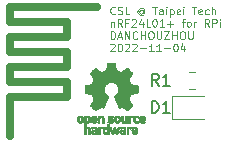
<source format=gto>
%TF.GenerationSoftware,KiCad,Pcbnew,(6.0.8)*%
%TF.CreationDate,2022-11-07T14:56:58+08:00*%
%TF.ProjectId,remote-rpi,72656d6f-7465-42d7-9270-692e6b696361,rev?*%
%TF.SameCoordinates,Original*%
%TF.FileFunction,Legend,Top*%
%TF.FilePolarity,Positive*%
%FSLAX46Y46*%
G04 Gerber Fmt 4.6, Leading zero omitted, Abs format (unit mm)*
G04 Created by KiCad (PCBNEW (6.0.8)) date 2022-11-07 14:56:58*
%MOMM*%
%LPD*%
G01*
G04 APERTURE LIST*
%ADD10C,0.120000*%
%ADD11C,0.150000*%
%ADD12C,0.010000*%
%ADD13C,0.700000*%
G04 APERTURE END LIST*
D10*
X9494190Y-1202392D02*
X9463238Y-1233345D01*
X9370380Y-1264297D01*
X9308476Y-1264297D01*
X9215619Y-1233345D01*
X9153714Y-1171440D01*
X9122761Y-1109535D01*
X9091809Y-985726D01*
X9091809Y-892869D01*
X9122761Y-769059D01*
X9153714Y-707154D01*
X9215619Y-645250D01*
X9308476Y-614297D01*
X9370380Y-614297D01*
X9463238Y-645250D01*
X9494190Y-676202D01*
X9741809Y-1233345D02*
X9834666Y-1264297D01*
X9989428Y-1264297D01*
X10051333Y-1233345D01*
X10082285Y-1202392D01*
X10113238Y-1140488D01*
X10113238Y-1078583D01*
X10082285Y-1016678D01*
X10051333Y-985726D01*
X9989428Y-954773D01*
X9865619Y-923821D01*
X9803714Y-892869D01*
X9772761Y-861916D01*
X9741809Y-800011D01*
X9741809Y-738107D01*
X9772761Y-676202D01*
X9803714Y-645250D01*
X9865619Y-614297D01*
X10020380Y-614297D01*
X10113238Y-645250D01*
X10701333Y-1264297D02*
X10391809Y-1264297D01*
X10391809Y-614297D01*
X11815619Y-954773D02*
X11784666Y-923821D01*
X11722761Y-892869D01*
X11660857Y-892869D01*
X11598952Y-923821D01*
X11568000Y-954773D01*
X11537047Y-1016678D01*
X11537047Y-1078583D01*
X11568000Y-1140488D01*
X11598952Y-1171440D01*
X11660857Y-1202392D01*
X11722761Y-1202392D01*
X11784666Y-1171440D01*
X11815619Y-1140488D01*
X11815619Y-892869D02*
X11815619Y-1140488D01*
X11846571Y-1171440D01*
X11877523Y-1171440D01*
X11939428Y-1140488D01*
X11970380Y-1078583D01*
X11970380Y-923821D01*
X11908476Y-830964D01*
X11815619Y-769059D01*
X11691809Y-738107D01*
X11568000Y-769059D01*
X11475142Y-830964D01*
X11413238Y-923821D01*
X11382285Y-1047630D01*
X11413238Y-1171440D01*
X11475142Y-1264297D01*
X11568000Y-1326202D01*
X11691809Y-1357154D01*
X11815619Y-1326202D01*
X11908476Y-1264297D01*
X12651333Y-614297D02*
X13022761Y-614297D01*
X12837047Y-1264297D02*
X12837047Y-614297D01*
X13518000Y-1264297D02*
X13518000Y-923821D01*
X13487047Y-861916D01*
X13425142Y-830964D01*
X13301333Y-830964D01*
X13239428Y-861916D01*
X13518000Y-1233345D02*
X13456095Y-1264297D01*
X13301333Y-1264297D01*
X13239428Y-1233345D01*
X13208476Y-1171440D01*
X13208476Y-1109535D01*
X13239428Y-1047630D01*
X13301333Y-1016678D01*
X13456095Y-1016678D01*
X13518000Y-985726D01*
X13827523Y-1264297D02*
X13827523Y-830964D01*
X13827523Y-614297D02*
X13796571Y-645250D01*
X13827523Y-676202D01*
X13858476Y-645250D01*
X13827523Y-614297D01*
X13827523Y-676202D01*
X14137047Y-830964D02*
X14137047Y-1480964D01*
X14137047Y-861916D02*
X14198952Y-830964D01*
X14322761Y-830964D01*
X14384666Y-861916D01*
X14415619Y-892869D01*
X14446571Y-954773D01*
X14446571Y-1140488D01*
X14415619Y-1202392D01*
X14384666Y-1233345D01*
X14322761Y-1264297D01*
X14198952Y-1264297D01*
X14137047Y-1233345D01*
X14972761Y-1233345D02*
X14910857Y-1264297D01*
X14787047Y-1264297D01*
X14725142Y-1233345D01*
X14694190Y-1171440D01*
X14694190Y-923821D01*
X14725142Y-861916D01*
X14787047Y-830964D01*
X14910857Y-830964D01*
X14972761Y-861916D01*
X15003714Y-923821D01*
X15003714Y-985726D01*
X14694190Y-1047630D01*
X15282285Y-1264297D02*
X15282285Y-830964D01*
X15282285Y-614297D02*
X15251333Y-645250D01*
X15282285Y-676202D01*
X15313238Y-645250D01*
X15282285Y-614297D01*
X15282285Y-676202D01*
X15994190Y-614297D02*
X16365619Y-614297D01*
X16179904Y-1264297D02*
X16179904Y-614297D01*
X16829904Y-1233345D02*
X16768000Y-1264297D01*
X16644190Y-1264297D01*
X16582285Y-1233345D01*
X16551333Y-1171440D01*
X16551333Y-923821D01*
X16582285Y-861916D01*
X16644190Y-830964D01*
X16768000Y-830964D01*
X16829904Y-861916D01*
X16860857Y-923821D01*
X16860857Y-985726D01*
X16551333Y-1047630D01*
X17418000Y-1233345D02*
X17356095Y-1264297D01*
X17232285Y-1264297D01*
X17170380Y-1233345D01*
X17139428Y-1202392D01*
X17108476Y-1140488D01*
X17108476Y-954773D01*
X17139428Y-892869D01*
X17170380Y-861916D01*
X17232285Y-830964D01*
X17356095Y-830964D01*
X17418000Y-861916D01*
X17696571Y-1264297D02*
X17696571Y-614297D01*
X17975142Y-1264297D02*
X17975142Y-923821D01*
X17944190Y-861916D01*
X17882285Y-830964D01*
X17789428Y-830964D01*
X17727523Y-861916D01*
X17696571Y-892869D01*
X9122761Y-1877464D02*
X9122761Y-2310797D01*
X9122761Y-1939369D02*
X9153714Y-1908416D01*
X9215619Y-1877464D01*
X9308476Y-1877464D01*
X9370380Y-1908416D01*
X9401333Y-1970321D01*
X9401333Y-2310797D01*
X10082285Y-2310797D02*
X9865619Y-2001273D01*
X9710857Y-2310797D02*
X9710857Y-1660797D01*
X9958476Y-1660797D01*
X10020380Y-1691750D01*
X10051333Y-1722702D01*
X10082285Y-1784607D01*
X10082285Y-1877464D01*
X10051333Y-1939369D01*
X10020380Y-1970321D01*
X9958476Y-2001273D01*
X9710857Y-2001273D01*
X10577523Y-1970321D02*
X10360857Y-1970321D01*
X10360857Y-2310797D02*
X10360857Y-1660797D01*
X10670380Y-1660797D01*
X10887047Y-1722702D02*
X10918000Y-1691750D01*
X10979904Y-1660797D01*
X11134666Y-1660797D01*
X11196571Y-1691750D01*
X11227523Y-1722702D01*
X11258476Y-1784607D01*
X11258476Y-1846511D01*
X11227523Y-1939369D01*
X10856095Y-2310797D01*
X11258476Y-2310797D01*
X11815619Y-1877464D02*
X11815619Y-2310797D01*
X11660857Y-1629845D02*
X11506095Y-2094130D01*
X11908476Y-2094130D01*
X12465619Y-2310797D02*
X12156095Y-2310797D01*
X12156095Y-1660797D01*
X12806095Y-1660797D02*
X12868000Y-1660797D01*
X12929904Y-1691750D01*
X12960857Y-1722702D01*
X12991809Y-1784607D01*
X13022761Y-1908416D01*
X13022761Y-2063178D01*
X12991809Y-2186988D01*
X12960857Y-2248892D01*
X12929904Y-2279845D01*
X12868000Y-2310797D01*
X12806095Y-2310797D01*
X12744190Y-2279845D01*
X12713238Y-2248892D01*
X12682285Y-2186988D01*
X12651333Y-2063178D01*
X12651333Y-1908416D01*
X12682285Y-1784607D01*
X12713238Y-1722702D01*
X12744190Y-1691750D01*
X12806095Y-1660797D01*
X13641809Y-2310797D02*
X13270380Y-2310797D01*
X13456095Y-2310797D02*
X13456095Y-1660797D01*
X13394190Y-1753654D01*
X13332285Y-1815559D01*
X13270380Y-1846511D01*
X13920380Y-2063178D02*
X14415619Y-2063178D01*
X14168000Y-2310797D02*
X14168000Y-1815559D01*
X15127523Y-1877464D02*
X15375142Y-1877464D01*
X15220380Y-2310797D02*
X15220380Y-1753654D01*
X15251333Y-1691750D01*
X15313238Y-1660797D01*
X15375142Y-1660797D01*
X15684666Y-2310797D02*
X15622761Y-2279845D01*
X15591809Y-2248892D01*
X15560857Y-2186988D01*
X15560857Y-2001273D01*
X15591809Y-1939369D01*
X15622761Y-1908416D01*
X15684666Y-1877464D01*
X15777523Y-1877464D01*
X15839428Y-1908416D01*
X15870380Y-1939369D01*
X15901333Y-2001273D01*
X15901333Y-2186988D01*
X15870380Y-2248892D01*
X15839428Y-2279845D01*
X15777523Y-2310797D01*
X15684666Y-2310797D01*
X16179904Y-2310797D02*
X16179904Y-1877464D01*
X16179904Y-2001273D02*
X16210857Y-1939369D01*
X16241809Y-1908416D01*
X16303714Y-1877464D01*
X16365619Y-1877464D01*
X17448952Y-2310797D02*
X17232285Y-2001273D01*
X17077523Y-2310797D02*
X17077523Y-1660797D01*
X17325142Y-1660797D01*
X17387047Y-1691750D01*
X17418000Y-1722702D01*
X17448952Y-1784607D01*
X17448952Y-1877464D01*
X17418000Y-1939369D01*
X17387047Y-1970321D01*
X17325142Y-2001273D01*
X17077523Y-2001273D01*
X17727523Y-2310797D02*
X17727523Y-1660797D01*
X17975142Y-1660797D01*
X18037047Y-1691750D01*
X18068000Y-1722702D01*
X18098952Y-1784607D01*
X18098952Y-1877464D01*
X18068000Y-1939369D01*
X18037047Y-1970321D01*
X17975142Y-2001273D01*
X17727523Y-2001273D01*
X18377523Y-2310797D02*
X18377523Y-1877464D01*
X18377523Y-1660797D02*
X18346571Y-1691750D01*
X18377523Y-1722702D01*
X18408476Y-1691750D01*
X18377523Y-1660797D01*
X18377523Y-1722702D01*
X9122761Y-3357297D02*
X9122761Y-2707297D01*
X9277523Y-2707297D01*
X9370380Y-2738250D01*
X9432285Y-2800154D01*
X9463238Y-2862059D01*
X9494190Y-2985869D01*
X9494190Y-3078726D01*
X9463238Y-3202535D01*
X9432285Y-3264440D01*
X9370380Y-3326345D01*
X9277523Y-3357297D01*
X9122761Y-3357297D01*
X9741809Y-3171583D02*
X10051333Y-3171583D01*
X9679904Y-3357297D02*
X9896571Y-2707297D01*
X10113238Y-3357297D01*
X10329904Y-3357297D02*
X10329904Y-2707297D01*
X10701333Y-3357297D01*
X10701333Y-2707297D01*
X11382285Y-3295392D02*
X11351333Y-3326345D01*
X11258476Y-3357297D01*
X11196571Y-3357297D01*
X11103714Y-3326345D01*
X11041809Y-3264440D01*
X11010857Y-3202535D01*
X10979904Y-3078726D01*
X10979904Y-2985869D01*
X11010857Y-2862059D01*
X11041809Y-2800154D01*
X11103714Y-2738250D01*
X11196571Y-2707297D01*
X11258476Y-2707297D01*
X11351333Y-2738250D01*
X11382285Y-2769202D01*
X11660857Y-3357297D02*
X11660857Y-2707297D01*
X11660857Y-3016821D02*
X12032285Y-3016821D01*
X12032285Y-3357297D02*
X12032285Y-2707297D01*
X12465619Y-2707297D02*
X12589428Y-2707297D01*
X12651333Y-2738250D01*
X12713238Y-2800154D01*
X12744190Y-2923964D01*
X12744190Y-3140630D01*
X12713238Y-3264440D01*
X12651333Y-3326345D01*
X12589428Y-3357297D01*
X12465619Y-3357297D01*
X12403714Y-3326345D01*
X12341809Y-3264440D01*
X12310857Y-3140630D01*
X12310857Y-2923964D01*
X12341809Y-2800154D01*
X12403714Y-2738250D01*
X12465619Y-2707297D01*
X13022761Y-2707297D02*
X13022761Y-3233488D01*
X13053714Y-3295392D01*
X13084666Y-3326345D01*
X13146571Y-3357297D01*
X13270380Y-3357297D01*
X13332285Y-3326345D01*
X13363238Y-3295392D01*
X13394190Y-3233488D01*
X13394190Y-2707297D01*
X13641809Y-2707297D02*
X14075142Y-2707297D01*
X13641809Y-3357297D01*
X14075142Y-3357297D01*
X14322761Y-3357297D02*
X14322761Y-2707297D01*
X14322761Y-3016821D02*
X14694190Y-3016821D01*
X14694190Y-3357297D02*
X14694190Y-2707297D01*
X15127523Y-2707297D02*
X15251333Y-2707297D01*
X15313238Y-2738250D01*
X15375142Y-2800154D01*
X15406095Y-2923964D01*
X15406095Y-3140630D01*
X15375142Y-3264440D01*
X15313238Y-3326345D01*
X15251333Y-3357297D01*
X15127523Y-3357297D01*
X15065619Y-3326345D01*
X15003714Y-3264440D01*
X14972761Y-3140630D01*
X14972761Y-2923964D01*
X15003714Y-2800154D01*
X15065619Y-2738250D01*
X15127523Y-2707297D01*
X15684666Y-2707297D02*
X15684666Y-3233488D01*
X15715619Y-3295392D01*
X15746571Y-3326345D01*
X15808476Y-3357297D01*
X15932285Y-3357297D01*
X15994190Y-3326345D01*
X16025142Y-3295392D01*
X16056095Y-3233488D01*
X16056095Y-2707297D01*
X9091809Y-3815702D02*
X9122761Y-3784750D01*
X9184666Y-3753797D01*
X9339428Y-3753797D01*
X9401333Y-3784750D01*
X9432285Y-3815702D01*
X9463238Y-3877607D01*
X9463238Y-3939511D01*
X9432285Y-4032369D01*
X9060857Y-4403797D01*
X9463238Y-4403797D01*
X9865619Y-3753797D02*
X9927523Y-3753797D01*
X9989428Y-3784750D01*
X10020380Y-3815702D01*
X10051333Y-3877607D01*
X10082285Y-4001416D01*
X10082285Y-4156178D01*
X10051333Y-4279988D01*
X10020380Y-4341892D01*
X9989428Y-4372845D01*
X9927523Y-4403797D01*
X9865619Y-4403797D01*
X9803714Y-4372845D01*
X9772761Y-4341892D01*
X9741809Y-4279988D01*
X9710857Y-4156178D01*
X9710857Y-4001416D01*
X9741809Y-3877607D01*
X9772761Y-3815702D01*
X9803714Y-3784750D01*
X9865619Y-3753797D01*
X10329904Y-3815702D02*
X10360857Y-3784750D01*
X10422761Y-3753797D01*
X10577523Y-3753797D01*
X10639428Y-3784750D01*
X10670380Y-3815702D01*
X10701333Y-3877607D01*
X10701333Y-3939511D01*
X10670380Y-4032369D01*
X10298952Y-4403797D01*
X10701333Y-4403797D01*
X10948952Y-3815702D02*
X10979904Y-3784750D01*
X11041809Y-3753797D01*
X11196571Y-3753797D01*
X11258476Y-3784750D01*
X11289428Y-3815702D01*
X11320380Y-3877607D01*
X11320380Y-3939511D01*
X11289428Y-4032369D01*
X10918000Y-4403797D01*
X11320380Y-4403797D01*
X11598952Y-4156178D02*
X12094190Y-4156178D01*
X12744190Y-4403797D02*
X12372761Y-4403797D01*
X12558476Y-4403797D02*
X12558476Y-3753797D01*
X12496571Y-3846654D01*
X12434666Y-3908559D01*
X12372761Y-3939511D01*
X13363238Y-4403797D02*
X12991809Y-4403797D01*
X13177523Y-4403797D02*
X13177523Y-3753797D01*
X13115619Y-3846654D01*
X13053714Y-3908559D01*
X12991809Y-3939511D01*
X13641809Y-4156178D02*
X14137047Y-4156178D01*
X14570380Y-3753797D02*
X14632285Y-3753797D01*
X14694190Y-3784750D01*
X14725142Y-3815702D01*
X14756095Y-3877607D01*
X14787047Y-4001416D01*
X14787047Y-4156178D01*
X14756095Y-4279988D01*
X14725142Y-4341892D01*
X14694190Y-4372845D01*
X14632285Y-4403797D01*
X14570380Y-4403797D01*
X14508476Y-4372845D01*
X14477523Y-4341892D01*
X14446571Y-4279988D01*
X14415619Y-4156178D01*
X14415619Y-4001416D01*
X14446571Y-3877607D01*
X14477523Y-3815702D01*
X14508476Y-3784750D01*
X14570380Y-3753797D01*
X15344190Y-3970464D02*
X15344190Y-4403797D01*
X15189428Y-3722845D02*
X15034666Y-4187130D01*
X15437047Y-4187130D01*
D11*
%TO.C,D1*%
X12596904Y-9596380D02*
X12596904Y-8596380D01*
X12835000Y-8596380D01*
X12977857Y-8644000D01*
X13073095Y-8739238D01*
X13120714Y-8834476D01*
X13168333Y-9024952D01*
X13168333Y-9167809D01*
X13120714Y-9358285D01*
X13073095Y-9453523D01*
X12977857Y-9548761D01*
X12835000Y-9596380D01*
X12596904Y-9596380D01*
X14120714Y-9596380D02*
X13549285Y-9596380D01*
X13835000Y-9596380D02*
X13835000Y-8596380D01*
X13739761Y-8739238D01*
X13644523Y-8834476D01*
X13549285Y-8882095D01*
%TO.C,R1*%
X13168333Y-7310380D02*
X12835000Y-6834190D01*
X12596904Y-7310380D02*
X12596904Y-6310380D01*
X12977857Y-6310380D01*
X13073095Y-6358000D01*
X13120714Y-6405619D01*
X13168333Y-6500857D01*
X13168333Y-6643714D01*
X13120714Y-6738952D01*
X13073095Y-6786571D01*
X12977857Y-6834190D01*
X12596904Y-6834190D01*
X14120714Y-7310380D02*
X13549285Y-7310380D01*
X13835000Y-7310380D02*
X13835000Y-6310380D01*
X13739761Y-6453238D01*
X13644523Y-6548476D01*
X13549285Y-6596095D01*
D10*
%TO.C,D1*%
X14317000Y-8184000D02*
X14317000Y-10104000D01*
X17002000Y-8184000D02*
X14317000Y-8184000D01*
X14317000Y-10104000D02*
X17002000Y-10104000D01*
%TO.C,LOGO1*%
G36*
X7463290Y-11105845D02*
G01*
X7507052Y-11063647D01*
X7513101Y-11059808D01*
X7539093Y-11047309D01*
X7571265Y-11039740D01*
X7616240Y-11036061D01*
X7669669Y-11035216D01*
X7785980Y-11035169D01*
X7785980Y-10986411D01*
X7781047Y-10948581D01*
X7768457Y-10923236D01*
X7766983Y-10921887D01*
X7738966Y-10910800D01*
X7696674Y-10906503D01*
X7649936Y-10908615D01*
X7608582Y-10916756D01*
X7584043Y-10928965D01*
X7570747Y-10938746D01*
X7556706Y-10940613D01*
X7537329Y-10932600D01*
X7508024Y-10912739D01*
X7464197Y-10879063D01*
X7460175Y-10875909D01*
X7462236Y-10864236D01*
X7479432Y-10844822D01*
X7505567Y-10823248D01*
X7534448Y-10805096D01*
X7543522Y-10800809D01*
X7576620Y-10792256D01*
X7625120Y-10786155D01*
X7679305Y-10783708D01*
X7681839Y-10783703D01*
X7759790Y-10788555D01*
X7818945Y-10804339D01*
X7863977Y-10832948D01*
X7895754Y-10870419D01*
X7905634Y-10886411D01*
X7912927Y-10903163D01*
X7918026Y-10924592D01*
X7921321Y-10954616D01*
X7923203Y-10997154D01*
X7924063Y-11056122D01*
X7924293Y-11135440D01*
X7924297Y-11156484D01*
X7924297Y-11399822D01*
X7863941Y-11399822D01*
X7825443Y-11397126D01*
X7796977Y-11390295D01*
X7789845Y-11386083D01*
X7770348Y-11378813D01*
X7750434Y-11386083D01*
X7717647Y-11395160D01*
X7670022Y-11398813D01*
X7617236Y-11397228D01*
X7568964Y-11390589D01*
X7540782Y-11382072D01*
X7486247Y-11347063D01*
X7452165Y-11298479D01*
X7436843Y-11233882D01*
X7436701Y-11232223D01*
X7438045Y-11203566D01*
X7559644Y-11203566D01*
X7570274Y-11236161D01*
X7587590Y-11254505D01*
X7622348Y-11268379D01*
X7668227Y-11273917D01*
X7715012Y-11271191D01*
X7752486Y-11260274D01*
X7762985Y-11253269D01*
X7781332Y-11220904D01*
X7785980Y-11184111D01*
X7785980Y-11135763D01*
X7716418Y-11135763D01*
X7650333Y-11140850D01*
X7600236Y-11155263D01*
X7569071Y-11177729D01*
X7559644Y-11203566D01*
X7438045Y-11203566D01*
X7440013Y-11161647D01*
X7463290Y-11105845D01*
G37*
D12*
X7463290Y-11105845D02*
X7507052Y-11063647D01*
X7513101Y-11059808D01*
X7539093Y-11047309D01*
X7571265Y-11039740D01*
X7616240Y-11036061D01*
X7669669Y-11035216D01*
X7785980Y-11035169D01*
X7785980Y-10986411D01*
X7781047Y-10948581D01*
X7768457Y-10923236D01*
X7766983Y-10921887D01*
X7738966Y-10910800D01*
X7696674Y-10906503D01*
X7649936Y-10908615D01*
X7608582Y-10916756D01*
X7584043Y-10928965D01*
X7570747Y-10938746D01*
X7556706Y-10940613D01*
X7537329Y-10932600D01*
X7508024Y-10912739D01*
X7464197Y-10879063D01*
X7460175Y-10875909D01*
X7462236Y-10864236D01*
X7479432Y-10844822D01*
X7505567Y-10823248D01*
X7534448Y-10805096D01*
X7543522Y-10800809D01*
X7576620Y-10792256D01*
X7625120Y-10786155D01*
X7679305Y-10783708D01*
X7681839Y-10783703D01*
X7759790Y-10788555D01*
X7818945Y-10804339D01*
X7863977Y-10832948D01*
X7895754Y-10870419D01*
X7905634Y-10886411D01*
X7912927Y-10903163D01*
X7918026Y-10924592D01*
X7921321Y-10954616D01*
X7923203Y-10997154D01*
X7924063Y-11056122D01*
X7924293Y-11135440D01*
X7924297Y-11156484D01*
X7924297Y-11399822D01*
X7863941Y-11399822D01*
X7825443Y-11397126D01*
X7796977Y-11390295D01*
X7789845Y-11386083D01*
X7770348Y-11378813D01*
X7750434Y-11386083D01*
X7717647Y-11395160D01*
X7670022Y-11398813D01*
X7617236Y-11397228D01*
X7568964Y-11390589D01*
X7540782Y-11382072D01*
X7486247Y-11347063D01*
X7452165Y-11298479D01*
X7436843Y-11233882D01*
X7436701Y-11232223D01*
X7438045Y-11203566D01*
X7559644Y-11203566D01*
X7570274Y-11236161D01*
X7587590Y-11254505D01*
X7622348Y-11268379D01*
X7668227Y-11273917D01*
X7715012Y-11271191D01*
X7752486Y-11260274D01*
X7762985Y-11253269D01*
X7781332Y-11220904D01*
X7785980Y-11184111D01*
X7785980Y-11135763D01*
X7716418Y-11135763D01*
X7650333Y-11140850D01*
X7600236Y-11155263D01*
X7569071Y-11177729D01*
X7559644Y-11203566D01*
X7438045Y-11203566D01*
X7440013Y-11161647D01*
X7463290Y-11105845D01*
G36*
X9425524Y-10786237D02*
G01*
X9475255Y-10789971D01*
X9605291Y-11179773D01*
X9625678Y-11110614D01*
X9637946Y-11067874D01*
X9654085Y-11010115D01*
X9671512Y-10946625D01*
X9680726Y-10912570D01*
X9715388Y-10783683D01*
X9858391Y-10783683D01*
X9815646Y-10918857D01*
X9794596Y-10985342D01*
X9769167Y-11065539D01*
X9742610Y-11149193D01*
X9718902Y-11223782D01*
X9664902Y-11393535D01*
X9606598Y-11397328D01*
X9548295Y-11401122D01*
X9516679Y-11296734D01*
X9497182Y-11231889D01*
X9475904Y-11160400D01*
X9457308Y-11097263D01*
X9456574Y-11094750D01*
X9442684Y-11051969D01*
X9430429Y-11022779D01*
X9421846Y-11011741D01*
X9420082Y-11013018D01*
X9413891Y-11030130D01*
X9402128Y-11066787D01*
X9386225Y-11118378D01*
X9367614Y-11180294D01*
X9357543Y-11214352D01*
X9303007Y-11399822D01*
X9187264Y-11399822D01*
X9094737Y-11107471D01*
X9068744Y-11025462D01*
X9045066Y-10950987D01*
X9024820Y-10887544D01*
X9009126Y-10838632D01*
X8999102Y-10807749D01*
X8996055Y-10798726D01*
X8998467Y-10789487D01*
X9017408Y-10785441D01*
X9056823Y-10785846D01*
X9062993Y-10786152D01*
X9136086Y-10789971D01*
X9183957Y-10966010D01*
X9201553Y-11030211D01*
X9217277Y-11086649D01*
X9229746Y-11130422D01*
X9237574Y-11156630D01*
X9239020Y-11160903D01*
X9245014Y-11155990D01*
X9257101Y-11130532D01*
X9273893Y-11087997D01*
X9294003Y-11031850D01*
X9311003Y-10981130D01*
X9375794Y-10782504D01*
X9425524Y-10786237D01*
G37*
X9425524Y-10786237D02*
X9475255Y-10789971D01*
X9605291Y-11179773D01*
X9625678Y-11110614D01*
X9637946Y-11067874D01*
X9654085Y-11010115D01*
X9671512Y-10946625D01*
X9680726Y-10912570D01*
X9715388Y-10783683D01*
X9858391Y-10783683D01*
X9815646Y-10918857D01*
X9794596Y-10985342D01*
X9769167Y-11065539D01*
X9742610Y-11149193D01*
X9718902Y-11223782D01*
X9664902Y-11393535D01*
X9606598Y-11397328D01*
X9548295Y-11401122D01*
X9516679Y-11296734D01*
X9497182Y-11231889D01*
X9475904Y-11160400D01*
X9457308Y-11097263D01*
X9456574Y-11094750D01*
X9442684Y-11051969D01*
X9430429Y-11022779D01*
X9421846Y-11011741D01*
X9420082Y-11013018D01*
X9413891Y-11030130D01*
X9402128Y-11066787D01*
X9386225Y-11118378D01*
X9367614Y-11180294D01*
X9357543Y-11214352D01*
X9303007Y-11399822D01*
X9187264Y-11399822D01*
X9094737Y-11107471D01*
X9068744Y-11025462D01*
X9045066Y-10950987D01*
X9024820Y-10887544D01*
X9009126Y-10838632D01*
X8999102Y-10807749D01*
X8996055Y-10798726D01*
X8998467Y-10789487D01*
X9017408Y-10785441D01*
X9056823Y-10785846D01*
X9062993Y-10786152D01*
X9136086Y-10789971D01*
X9183957Y-10966010D01*
X9201553Y-11030211D01*
X9217277Y-11086649D01*
X9229746Y-11130422D01*
X9237574Y-11156630D01*
X9239020Y-11160903D01*
X9245014Y-11155990D01*
X9257101Y-11130532D01*
X9273893Y-11087997D01*
X9294003Y-11031850D01*
X9311003Y-10981130D01*
X9375794Y-10782504D01*
X9425524Y-10786237D01*
G36*
X8454336Y-11044563D02*
G01*
X8460486Y-10962981D01*
X8473267Y-10901730D01*
X8494529Y-10856449D01*
X8526122Y-10822779D01*
X8556793Y-10803014D01*
X8599646Y-10789120D01*
X8652944Y-10784354D01*
X8707520Y-10788236D01*
X8754208Y-10800282D01*
X8778876Y-10814693D01*
X8804495Y-10837878D01*
X8804495Y-10544773D01*
X8942812Y-10544773D01*
X8942812Y-11399822D01*
X8873654Y-11399822D01*
X8833512Y-11398645D01*
X8812606Y-11393772D01*
X8805078Y-11383186D01*
X8804495Y-11376029D01*
X8803226Y-11361676D01*
X8795221Y-11358923D01*
X8774185Y-11367771D01*
X8757827Y-11376029D01*
X8695023Y-11395597D01*
X8626752Y-11396729D01*
X8571248Y-11382135D01*
X8519562Y-11346877D01*
X8480162Y-11294835D01*
X8458587Y-11233450D01*
X8458038Y-11230018D01*
X8454833Y-11192571D01*
X8453239Y-11138813D01*
X8453367Y-11098155D01*
X8590721Y-11098155D01*
X8593903Y-11152194D01*
X8601141Y-11196735D01*
X8610940Y-11221888D01*
X8648011Y-11256260D01*
X8692026Y-11268582D01*
X8737416Y-11258618D01*
X8776203Y-11228895D01*
X8790892Y-11208905D01*
X8799481Y-11185050D01*
X8803504Y-11150230D01*
X8804495Y-11097930D01*
X8802722Y-11046139D01*
X8798037Y-11000634D01*
X8791397Y-10970181D01*
X8790290Y-10967452D01*
X8763509Y-10935000D01*
X8724421Y-10917183D01*
X8680685Y-10914306D01*
X8639962Y-10926674D01*
X8609913Y-10954593D01*
X8606796Y-10960148D01*
X8597039Y-10994022D01*
X8591723Y-11042728D01*
X8590721Y-11098155D01*
X8453367Y-11098155D01*
X8453432Y-11077540D01*
X8454336Y-11044563D01*
G37*
X8454336Y-11044563D02*
X8460486Y-10962981D01*
X8473267Y-10901730D01*
X8494529Y-10856449D01*
X8526122Y-10822779D01*
X8556793Y-10803014D01*
X8599646Y-10789120D01*
X8652944Y-10784354D01*
X8707520Y-10788236D01*
X8754208Y-10800282D01*
X8778876Y-10814693D01*
X8804495Y-10837878D01*
X8804495Y-10544773D01*
X8942812Y-10544773D01*
X8942812Y-11399822D01*
X8873654Y-11399822D01*
X8833512Y-11398645D01*
X8812606Y-11393772D01*
X8805078Y-11383186D01*
X8804495Y-11376029D01*
X8803226Y-11361676D01*
X8795221Y-11358923D01*
X8774185Y-11367771D01*
X8757827Y-11376029D01*
X8695023Y-11395597D01*
X8626752Y-11396729D01*
X8571248Y-11382135D01*
X8519562Y-11346877D01*
X8480162Y-11294835D01*
X8458587Y-11233450D01*
X8458038Y-11230018D01*
X8454833Y-11192571D01*
X8453239Y-11138813D01*
X8453367Y-11098155D01*
X8590721Y-11098155D01*
X8593903Y-11152194D01*
X8601141Y-11196735D01*
X8610940Y-11221888D01*
X8648011Y-11256260D01*
X8692026Y-11268582D01*
X8737416Y-11258618D01*
X8776203Y-11228895D01*
X8790892Y-11208905D01*
X8799481Y-11185050D01*
X8803504Y-11150230D01*
X8804495Y-11097930D01*
X8802722Y-11046139D01*
X8798037Y-11000634D01*
X8791397Y-10970181D01*
X8790290Y-10967452D01*
X8763509Y-10935000D01*
X8724421Y-10917183D01*
X8680685Y-10914306D01*
X8639962Y-10926674D01*
X8609913Y-10954593D01*
X8606796Y-10960148D01*
X8597039Y-10994022D01*
X8591723Y-11042728D01*
X8590721Y-11098155D01*
X8453367Y-11098155D01*
X8453432Y-11077540D01*
X8454336Y-11044563D01*
G36*
X8389988Y-9851002D02*
G01*
X8421283Y-9865950D01*
X8451591Y-9887541D01*
X8474682Y-9912391D01*
X8491500Y-9944087D01*
X8502994Y-9986214D01*
X8510109Y-10042358D01*
X8513793Y-10116106D01*
X8514992Y-10211044D01*
X8515011Y-10220985D01*
X8515287Y-10444179D01*
X8376970Y-10444179D01*
X8376970Y-10238418D01*
X8376872Y-10162189D01*
X8376191Y-10106939D01*
X8374349Y-10068501D01*
X8370767Y-10042706D01*
X8364868Y-10025384D01*
X8356073Y-10012368D01*
X8343820Y-9999507D01*
X8300953Y-9971873D01*
X8254157Y-9966745D01*
X8209576Y-9984217D01*
X8194072Y-9997221D01*
X8182690Y-10009447D01*
X8174519Y-10022540D01*
X8169026Y-10040615D01*
X8165680Y-10067787D01*
X8163949Y-10108170D01*
X8163303Y-10165879D01*
X8163208Y-10236132D01*
X8163208Y-10444179D01*
X8024891Y-10444179D01*
X8024891Y-9840614D01*
X8094050Y-9840614D01*
X8135572Y-9842256D01*
X8156994Y-9848087D01*
X8163205Y-9859461D01*
X8163208Y-9859798D01*
X8166090Y-9870938D01*
X8178801Y-9869674D01*
X8204074Y-9857434D01*
X8261395Y-9839424D01*
X8326963Y-9837421D01*
X8389988Y-9851002D01*
G37*
X8389988Y-9851002D02*
X8421283Y-9865950D01*
X8451591Y-9887541D01*
X8474682Y-9912391D01*
X8491500Y-9944087D01*
X8502994Y-9986214D01*
X8510109Y-10042358D01*
X8513793Y-10116106D01*
X8514992Y-10211044D01*
X8515011Y-10220985D01*
X8515287Y-10444179D01*
X8376970Y-10444179D01*
X8376970Y-10238418D01*
X8376872Y-10162189D01*
X8376191Y-10106939D01*
X8374349Y-10068501D01*
X8370767Y-10042706D01*
X8364868Y-10025384D01*
X8356073Y-10012368D01*
X8343820Y-9999507D01*
X8300953Y-9971873D01*
X8254157Y-9966745D01*
X8209576Y-9984217D01*
X8194072Y-9997221D01*
X8182690Y-10009447D01*
X8174519Y-10022540D01*
X8169026Y-10040615D01*
X8165680Y-10067787D01*
X8163949Y-10108170D01*
X8163303Y-10165879D01*
X8163208Y-10236132D01*
X8163208Y-10444179D01*
X8024891Y-10444179D01*
X8024891Y-9840614D01*
X8094050Y-9840614D01*
X8135572Y-9842256D01*
X8156994Y-9848087D01*
X8163205Y-9859461D01*
X8163208Y-9859798D01*
X8166090Y-9870938D01*
X8178801Y-9869674D01*
X8204074Y-9857434D01*
X8261395Y-9839424D01*
X8326963Y-9837421D01*
X8389988Y-9851002D01*
G36*
X10779255Y-10783486D02*
G01*
X10827595Y-10793015D01*
X10855114Y-10807125D01*
X10884064Y-10830568D01*
X10842876Y-10882571D01*
X10817482Y-10914064D01*
X10800238Y-10929428D01*
X10783102Y-10931776D01*
X10758027Y-10924217D01*
X10746257Y-10919941D01*
X10698270Y-10913631D01*
X10654324Y-10927156D01*
X10622060Y-10957710D01*
X10616819Y-10967452D01*
X10611112Y-10993258D01*
X10606706Y-11040817D01*
X10603811Y-11106758D01*
X10602631Y-11187710D01*
X10602614Y-11199226D01*
X10602614Y-11399822D01*
X10464297Y-11399822D01*
X10464297Y-10783683D01*
X10533456Y-10783683D01*
X10573333Y-10784725D01*
X10594107Y-10789358D01*
X10601789Y-10799849D01*
X10602614Y-10809745D01*
X10602614Y-10835806D01*
X10635745Y-10809745D01*
X10673735Y-10791965D01*
X10724770Y-10783174D01*
X10779255Y-10783486D01*
G37*
X10779255Y-10783486D02*
X10827595Y-10793015D01*
X10855114Y-10807125D01*
X10884064Y-10830568D01*
X10842876Y-10882571D01*
X10817482Y-10914064D01*
X10800238Y-10929428D01*
X10783102Y-10931776D01*
X10758027Y-10924217D01*
X10746257Y-10919941D01*
X10698270Y-10913631D01*
X10654324Y-10927156D01*
X10622060Y-10957710D01*
X10616819Y-10967452D01*
X10611112Y-10993258D01*
X10606706Y-11040817D01*
X10603811Y-11106758D01*
X10602631Y-11187710D01*
X10602614Y-11199226D01*
X10602614Y-11399822D01*
X10464297Y-11399822D01*
X10464297Y-10783683D01*
X10533456Y-10783683D01*
X10573333Y-10784725D01*
X10594107Y-10789358D01*
X10601789Y-10799849D01*
X10602614Y-10809745D01*
X10602614Y-10835806D01*
X10635745Y-10809745D01*
X10673735Y-10791965D01*
X10724770Y-10783174D01*
X10779255Y-10783486D01*
G36*
X6280052Y-10040056D02*
G01*
X6287638Y-9996007D01*
X6301319Y-9961248D01*
X6322135Y-9930551D01*
X6329853Y-9921436D01*
X6378111Y-9876021D01*
X6429872Y-9849493D01*
X6493172Y-9838379D01*
X6524039Y-9837471D01*
X6605739Y-9847148D01*
X6671521Y-9876231D01*
X6721460Y-9924793D01*
X6755626Y-9992908D01*
X6774093Y-10080651D01*
X6775417Y-10094351D01*
X6776454Y-10190939D01*
X6763007Y-10275602D01*
X6735892Y-10344221D01*
X6721373Y-10366294D01*
X6670799Y-10413011D01*
X6606391Y-10443268D01*
X6534334Y-10455824D01*
X6460815Y-10449439D01*
X6404928Y-10429772D01*
X6356868Y-10396629D01*
X6317588Y-10353175D01*
X6316908Y-10352158D01*
X6300956Y-10325338D01*
X6290590Y-10298368D01*
X6284312Y-10264332D01*
X6280627Y-10216310D01*
X6279003Y-10176931D01*
X6278328Y-10141219D01*
X6404045Y-10141219D01*
X6405274Y-10176770D01*
X6409734Y-10224094D01*
X6417603Y-10254465D01*
X6431793Y-10276072D01*
X6445083Y-10288694D01*
X6492198Y-10315122D01*
X6541495Y-10318653D01*
X6587407Y-10299639D01*
X6610362Y-10278331D01*
X6626904Y-10256859D01*
X6636579Y-10236313D01*
X6640826Y-10209574D01*
X6641080Y-10169523D01*
X6639772Y-10132638D01*
X6636957Y-10079947D01*
X6632495Y-10045772D01*
X6624452Y-10023480D01*
X6610897Y-10006442D01*
X6600155Y-9996703D01*
X6555223Y-9971123D01*
X6506751Y-9969847D01*
X6466106Y-9984999D01*
X6431433Y-10016642D01*
X6410776Y-10068620D01*
X6404045Y-10141219D01*
X6278328Y-10141219D01*
X6277521Y-10098621D01*
X6280052Y-10040056D01*
G37*
X6280052Y-10040056D02*
X6287638Y-9996007D01*
X6301319Y-9961248D01*
X6322135Y-9930551D01*
X6329853Y-9921436D01*
X6378111Y-9876021D01*
X6429872Y-9849493D01*
X6493172Y-9838379D01*
X6524039Y-9837471D01*
X6605739Y-9847148D01*
X6671521Y-9876231D01*
X6721460Y-9924793D01*
X6755626Y-9992908D01*
X6774093Y-10080651D01*
X6775417Y-10094351D01*
X6776454Y-10190939D01*
X6763007Y-10275602D01*
X6735892Y-10344221D01*
X6721373Y-10366294D01*
X6670799Y-10413011D01*
X6606391Y-10443268D01*
X6534334Y-10455824D01*
X6460815Y-10449439D01*
X6404928Y-10429772D01*
X6356868Y-10396629D01*
X6317588Y-10353175D01*
X6316908Y-10352158D01*
X6300956Y-10325338D01*
X6290590Y-10298368D01*
X6284312Y-10264332D01*
X6280627Y-10216310D01*
X6279003Y-10176931D01*
X6278328Y-10141219D01*
X6404045Y-10141219D01*
X6405274Y-10176770D01*
X6409734Y-10224094D01*
X6417603Y-10254465D01*
X6431793Y-10276072D01*
X6445083Y-10288694D01*
X6492198Y-10315122D01*
X6541495Y-10318653D01*
X6587407Y-10299639D01*
X6610362Y-10278331D01*
X6626904Y-10256859D01*
X6636579Y-10236313D01*
X6640826Y-10209574D01*
X6641080Y-10169523D01*
X6639772Y-10132638D01*
X6636957Y-10079947D01*
X6632495Y-10045772D01*
X6624452Y-10023480D01*
X6610897Y-10006442D01*
X6600155Y-9996703D01*
X6555223Y-9971123D01*
X6506751Y-9969847D01*
X6466106Y-9984999D01*
X6431433Y-10016642D01*
X6410776Y-10068620D01*
X6404045Y-10141219D01*
X6278328Y-10141219D01*
X6277521Y-10098621D01*
X6280052Y-10040056D01*
G36*
X9429388Y-9992501D02*
G01*
X9463029Y-9924530D01*
X9513018Y-9875664D01*
X9579356Y-9845899D01*
X9593601Y-9842448D01*
X9679210Y-9834345D01*
X9754762Y-9848055D01*
X9818363Y-9882692D01*
X9868123Y-9937372D01*
X9891568Y-9981842D01*
X9901634Y-10021121D01*
X9908156Y-10077116D01*
X9910951Y-10141621D01*
X9909836Y-10206429D01*
X9904626Y-10263334D01*
X9898541Y-10293727D01*
X9878014Y-10335306D01*
X9842463Y-10379468D01*
X9799619Y-10418087D01*
X9757211Y-10443034D01*
X9756177Y-10443430D01*
X9703553Y-10454331D01*
X9641188Y-10454601D01*
X9581924Y-10444676D01*
X9559040Y-10436722D01*
X9500102Y-10403300D01*
X9457890Y-10359511D01*
X9430156Y-10301538D01*
X9414651Y-10225565D01*
X9411143Y-10185771D01*
X9411590Y-10135766D01*
X9546376Y-10135766D01*
X9550917Y-10208732D01*
X9563986Y-10264334D01*
X9584756Y-10299861D01*
X9599552Y-10310020D01*
X9637464Y-10317104D01*
X9682527Y-10315007D01*
X9721487Y-10304812D01*
X9731704Y-10299204D01*
X9758659Y-10266538D01*
X9776451Y-10216545D01*
X9784024Y-10155705D01*
X9780325Y-10090497D01*
X9772057Y-10051253D01*
X9748320Y-10005805D01*
X9710849Y-9977396D01*
X9665720Y-9967573D01*
X9619011Y-9977887D01*
X9583132Y-10003112D01*
X9564277Y-10023925D01*
X9553272Y-10044439D01*
X9548026Y-10072203D01*
X9546449Y-10114762D01*
X9546376Y-10135766D01*
X9411590Y-10135766D01*
X9412094Y-10079580D01*
X9429388Y-9992501D01*
G37*
X9429388Y-9992501D02*
X9463029Y-9924530D01*
X9513018Y-9875664D01*
X9579356Y-9845899D01*
X9593601Y-9842448D01*
X9679210Y-9834345D01*
X9754762Y-9848055D01*
X9818363Y-9882692D01*
X9868123Y-9937372D01*
X9891568Y-9981842D01*
X9901634Y-10021121D01*
X9908156Y-10077116D01*
X9910951Y-10141621D01*
X9909836Y-10206429D01*
X9904626Y-10263334D01*
X9898541Y-10293727D01*
X9878014Y-10335306D01*
X9842463Y-10379468D01*
X9799619Y-10418087D01*
X9757211Y-10443034D01*
X9756177Y-10443430D01*
X9703553Y-10454331D01*
X9641188Y-10454601D01*
X9581924Y-10444676D01*
X9559040Y-10436722D01*
X9500102Y-10403300D01*
X9457890Y-10359511D01*
X9430156Y-10301538D01*
X9414651Y-10225565D01*
X9411143Y-10185771D01*
X9411590Y-10135766D01*
X9546376Y-10135766D01*
X9550917Y-10208732D01*
X9563986Y-10264334D01*
X9584756Y-10299861D01*
X9599552Y-10310020D01*
X9637464Y-10317104D01*
X9682527Y-10315007D01*
X9721487Y-10304812D01*
X9731704Y-10299204D01*
X9758659Y-10266538D01*
X9776451Y-10216545D01*
X9784024Y-10155705D01*
X9780325Y-10090497D01*
X9772057Y-10051253D01*
X9748320Y-10005805D01*
X9710849Y-9977396D01*
X9665720Y-9967573D01*
X9619011Y-9977887D01*
X9583132Y-10003112D01*
X9564277Y-10023925D01*
X9553272Y-10044439D01*
X9548026Y-10072203D01*
X9546449Y-10114762D01*
X9546376Y-10135766D01*
X9411590Y-10135766D01*
X9412094Y-10079580D01*
X9429388Y-9992501D01*
G36*
X6937218Y-9840614D02*
G01*
X6978740Y-9842256D01*
X7000162Y-9848087D01*
X7006374Y-9859461D01*
X7006376Y-9859798D01*
X7009258Y-9870938D01*
X7021970Y-9869673D01*
X7047243Y-9857433D01*
X7106131Y-9838707D01*
X7172385Y-9836739D01*
X7235241Y-9851184D01*
X7261753Y-9864282D01*
X7294447Y-9887106D01*
X7318275Y-9911996D01*
X7334594Y-9943249D01*
X7344760Y-9985166D01*
X7350128Y-10042044D01*
X7352056Y-10118184D01*
X7352169Y-10150917D01*
X7351839Y-10222656D01*
X7350473Y-10273927D01*
X7347500Y-10309404D01*
X7342351Y-10333763D01*
X7334457Y-10351680D01*
X7326243Y-10363902D01*
X7273813Y-10415905D01*
X7212070Y-10447184D01*
X7145464Y-10456592D01*
X7078442Y-10442980D01*
X7057208Y-10433354D01*
X7006376Y-10406859D01*
X7006376Y-10822052D01*
X7043475Y-10802868D01*
X7092357Y-10788025D01*
X7152439Y-10784222D01*
X7212436Y-10791243D01*
X7257744Y-10807013D01*
X7295325Y-10837047D01*
X7327436Y-10880024D01*
X7329850Y-10884436D01*
X7340033Y-10905221D01*
X7347470Y-10926170D01*
X7352589Y-10951548D01*
X7355819Y-10985618D01*
X7357587Y-11032641D01*
X7358323Y-11096882D01*
X7358456Y-11169176D01*
X7358456Y-11399822D01*
X7220139Y-11399822D01*
X7220139Y-10974533D01*
X7181451Y-10941979D01*
X7141262Y-10915940D01*
X7103203Y-10911205D01*
X7064934Y-10923389D01*
X7044538Y-10935320D01*
X7029358Y-10952313D01*
X7018562Y-10977995D01*
X7011317Y-11015991D01*
X7006792Y-11069926D01*
X7004156Y-11143425D01*
X7003228Y-11192347D01*
X7000089Y-11393535D01*
X6934074Y-11397336D01*
X6868060Y-11401136D01*
X6868060Y-10152650D01*
X7006376Y-10152650D01*
X7009903Y-10222254D01*
X7021785Y-10270569D01*
X7043980Y-10300631D01*
X7078441Y-10315471D01*
X7113258Y-10318436D01*
X7152671Y-10315028D01*
X7178829Y-10301617D01*
X7195186Y-10283896D01*
X7208063Y-10264835D01*
X7215728Y-10243601D01*
X7219139Y-10213849D01*
X7219251Y-10169236D01*
X7218103Y-10131880D01*
X7215468Y-10075604D01*
X7211544Y-10038658D01*
X7204937Y-10015223D01*
X7194251Y-9999480D01*
X7184167Y-9990380D01*
X7142030Y-9970537D01*
X7092160Y-9967332D01*
X7063524Y-9974168D01*
X7035172Y-9998464D01*
X7016391Y-10045728D01*
X7007288Y-10115624D01*
X7006376Y-10152650D01*
X6868060Y-10152650D01*
X6868060Y-9840614D01*
X6937218Y-9840614D01*
G37*
X6937218Y-9840614D02*
X6978740Y-9842256D01*
X7000162Y-9848087D01*
X7006374Y-9859461D01*
X7006376Y-9859798D01*
X7009258Y-9870938D01*
X7021970Y-9869673D01*
X7047243Y-9857433D01*
X7106131Y-9838707D01*
X7172385Y-9836739D01*
X7235241Y-9851184D01*
X7261753Y-9864282D01*
X7294447Y-9887106D01*
X7318275Y-9911996D01*
X7334594Y-9943249D01*
X7344760Y-9985166D01*
X7350128Y-10042044D01*
X7352056Y-10118184D01*
X7352169Y-10150917D01*
X7351839Y-10222656D01*
X7350473Y-10273927D01*
X7347500Y-10309404D01*
X7342351Y-10333763D01*
X7334457Y-10351680D01*
X7326243Y-10363902D01*
X7273813Y-10415905D01*
X7212070Y-10447184D01*
X7145464Y-10456592D01*
X7078442Y-10442980D01*
X7057208Y-10433354D01*
X7006376Y-10406859D01*
X7006376Y-10822052D01*
X7043475Y-10802868D01*
X7092357Y-10788025D01*
X7152439Y-10784222D01*
X7212436Y-10791243D01*
X7257744Y-10807013D01*
X7295325Y-10837047D01*
X7327436Y-10880024D01*
X7329850Y-10884436D01*
X7340033Y-10905221D01*
X7347470Y-10926170D01*
X7352589Y-10951548D01*
X7355819Y-10985618D01*
X7357587Y-11032641D01*
X7358323Y-11096882D01*
X7358456Y-11169176D01*
X7358456Y-11399822D01*
X7220139Y-11399822D01*
X7220139Y-10974533D01*
X7181451Y-10941979D01*
X7141262Y-10915940D01*
X7103203Y-10911205D01*
X7064934Y-10923389D01*
X7044538Y-10935320D01*
X7029358Y-10952313D01*
X7018562Y-10977995D01*
X7011317Y-11015991D01*
X7006792Y-11069926D01*
X7004156Y-11143425D01*
X7003228Y-11192347D01*
X7000089Y-11393535D01*
X6934074Y-11397336D01*
X6868060Y-11401136D01*
X6868060Y-10152650D01*
X7006376Y-10152650D01*
X7009903Y-10222254D01*
X7021785Y-10270569D01*
X7043980Y-10300631D01*
X7078441Y-10315471D01*
X7113258Y-10318436D01*
X7152671Y-10315028D01*
X7178829Y-10301617D01*
X7195186Y-10283896D01*
X7208063Y-10264835D01*
X7215728Y-10243601D01*
X7219139Y-10213849D01*
X7219251Y-10169236D01*
X7218103Y-10131880D01*
X7215468Y-10075604D01*
X7211544Y-10038658D01*
X7204937Y-10015223D01*
X7194251Y-9999480D01*
X7184167Y-9990380D01*
X7142030Y-9970537D01*
X7092160Y-9967332D01*
X7063524Y-9974168D01*
X7035172Y-9998464D01*
X7016391Y-10045728D01*
X7007288Y-10115624D01*
X7006376Y-10152650D01*
X6868060Y-10152650D01*
X6868060Y-9840614D01*
X6937218Y-9840614D01*
G36*
X9158017Y-9838452D02*
G01*
X9205634Y-9847482D01*
X9255034Y-9866370D01*
X9260312Y-9868777D01*
X9297774Y-9888476D01*
X9323717Y-9906781D01*
X9332103Y-9918508D01*
X9324117Y-9937632D01*
X9304720Y-9965850D01*
X9296110Y-9976384D01*
X9260628Y-10017847D01*
X9214885Y-9990858D01*
X9171350Y-9972878D01*
X9121050Y-9963267D01*
X9072812Y-9962660D01*
X9035467Y-9971691D01*
X9026505Y-9977327D01*
X9009437Y-10003171D01*
X9007363Y-10032941D01*
X9020134Y-10056197D01*
X9027688Y-10060708D01*
X9050325Y-10066309D01*
X9090115Y-10072892D01*
X9139166Y-10079183D01*
X9148215Y-10080170D01*
X9226996Y-10093798D01*
X9284136Y-10116946D01*
X9322030Y-10151752D01*
X9343079Y-10200354D01*
X9349635Y-10259718D01*
X9340577Y-10327198D01*
X9311164Y-10380188D01*
X9261278Y-10418783D01*
X9190800Y-10443081D01*
X9112565Y-10452667D01*
X9048766Y-10452552D01*
X8997016Y-10443845D01*
X8961673Y-10431825D01*
X8917017Y-10410880D01*
X8875747Y-10386574D01*
X8861079Y-10375876D01*
X8823357Y-10345084D01*
X8868852Y-10299049D01*
X8914347Y-10253013D01*
X8966072Y-10287243D01*
X9017952Y-10312952D01*
X9073351Y-10326399D01*
X9126605Y-10327818D01*
X9172049Y-10317443D01*
X9204016Y-10295507D01*
X9214338Y-10276998D01*
X9212789Y-10247314D01*
X9187140Y-10224615D01*
X9137460Y-10208940D01*
X9083031Y-10201695D01*
X8999264Y-10187873D01*
X8937033Y-10161796D01*
X8895507Y-10122699D01*
X8873853Y-10069820D01*
X8870853Y-10007126D01*
X8885671Y-9941642D01*
X8919454Y-9892144D01*
X8972505Y-9858408D01*
X9045126Y-9840207D01*
X9098928Y-9836639D01*
X9158017Y-9838452D01*
G37*
X9158017Y-9838452D02*
X9205634Y-9847482D01*
X9255034Y-9866370D01*
X9260312Y-9868777D01*
X9297774Y-9888476D01*
X9323717Y-9906781D01*
X9332103Y-9918508D01*
X9324117Y-9937632D01*
X9304720Y-9965850D01*
X9296110Y-9976384D01*
X9260628Y-10017847D01*
X9214885Y-9990858D01*
X9171350Y-9972878D01*
X9121050Y-9963267D01*
X9072812Y-9962660D01*
X9035467Y-9971691D01*
X9026505Y-9977327D01*
X9009437Y-10003171D01*
X9007363Y-10032941D01*
X9020134Y-10056197D01*
X9027688Y-10060708D01*
X9050325Y-10066309D01*
X9090115Y-10072892D01*
X9139166Y-10079183D01*
X9148215Y-10080170D01*
X9226996Y-10093798D01*
X9284136Y-10116946D01*
X9322030Y-10151752D01*
X9343079Y-10200354D01*
X9349635Y-10259718D01*
X9340577Y-10327198D01*
X9311164Y-10380188D01*
X9261278Y-10418783D01*
X9190800Y-10443081D01*
X9112565Y-10452667D01*
X9048766Y-10452552D01*
X8997016Y-10443845D01*
X8961673Y-10431825D01*
X8917017Y-10410880D01*
X8875747Y-10386574D01*
X8861079Y-10375876D01*
X8823357Y-10345084D01*
X8868852Y-10299049D01*
X8914347Y-10253013D01*
X8966072Y-10287243D01*
X9017952Y-10312952D01*
X9073351Y-10326399D01*
X9126605Y-10327818D01*
X9172049Y-10317443D01*
X9204016Y-10295507D01*
X9214338Y-10276998D01*
X9212789Y-10247314D01*
X9187140Y-10224615D01*
X9137460Y-10208940D01*
X9083031Y-10201695D01*
X8999264Y-10187873D01*
X8937033Y-10161796D01*
X8895507Y-10122699D01*
X8873853Y-10069820D01*
X8870853Y-10007126D01*
X8885671Y-9941642D01*
X8919454Y-9892144D01*
X8972505Y-9858408D01*
X9045126Y-9840207D01*
X9098928Y-9836639D01*
X9158017Y-9838452D01*
G36*
X9520964Y-5672018D02*
G01*
X9577812Y-5973570D01*
X9997338Y-6146512D01*
X10248984Y-5975395D01*
X10319458Y-5927750D01*
X10383163Y-5885210D01*
X10437126Y-5849715D01*
X10478373Y-5823210D01*
X10503934Y-5807636D01*
X10510895Y-5804278D01*
X10523435Y-5812914D01*
X10550231Y-5836792D01*
X10588280Y-5872859D01*
X10634579Y-5918067D01*
X10686123Y-5969364D01*
X10739909Y-6023701D01*
X10792935Y-6078028D01*
X10842195Y-6129295D01*
X10884687Y-6174451D01*
X10917407Y-6210446D01*
X10937351Y-6234230D01*
X10942119Y-6242190D01*
X10935257Y-6256865D01*
X10916020Y-6289014D01*
X10886430Y-6335492D01*
X10848510Y-6393156D01*
X10804282Y-6458860D01*
X10778654Y-6496336D01*
X10731941Y-6564768D01*
X10690432Y-6626520D01*
X10656140Y-6678519D01*
X10631080Y-6717692D01*
X10617264Y-6740965D01*
X10615188Y-6745855D01*
X10619895Y-6759755D01*
X10632723Y-6792150D01*
X10651738Y-6838485D01*
X10675003Y-6894206D01*
X10700584Y-6954758D01*
X10726545Y-7015586D01*
X10750950Y-7072136D01*
X10771863Y-7119852D01*
X10787349Y-7154181D01*
X10795472Y-7170568D01*
X10795952Y-7171212D01*
X10808707Y-7174341D01*
X10842677Y-7181321D01*
X10894340Y-7191467D01*
X10960176Y-7204092D01*
X11036664Y-7218509D01*
X11081290Y-7226823D01*
X11163021Y-7242384D01*
X11236843Y-7257192D01*
X11299021Y-7270436D01*
X11345822Y-7281305D01*
X11373509Y-7288989D01*
X11379074Y-7291427D01*
X11384526Y-7307930D01*
X11388924Y-7345200D01*
X11392272Y-7398880D01*
X11394574Y-7464612D01*
X11395832Y-7538037D01*
X11396048Y-7614796D01*
X11395227Y-7690532D01*
X11393371Y-7760886D01*
X11390482Y-7821500D01*
X11386565Y-7868016D01*
X11381622Y-7896075D01*
X11378657Y-7901916D01*
X11360934Y-7908917D01*
X11323381Y-7918927D01*
X11270964Y-7930769D01*
X11208652Y-7943267D01*
X11186900Y-7947310D01*
X11082024Y-7966520D01*
X10999180Y-7981991D01*
X10935630Y-7994337D01*
X10888637Y-8004173D01*
X10855463Y-8012114D01*
X10833371Y-8018776D01*
X10819624Y-8024773D01*
X10811484Y-8030719D01*
X10810345Y-8031894D01*
X10798977Y-8050826D01*
X10781635Y-8087669D01*
X10760050Y-8137913D01*
X10735954Y-8197046D01*
X10711079Y-8260556D01*
X10687157Y-8323932D01*
X10665919Y-8382662D01*
X10649097Y-8432235D01*
X10638422Y-8468139D01*
X10635627Y-8485862D01*
X10635860Y-8486483D01*
X10645331Y-8500970D01*
X10666818Y-8532844D01*
X10698063Y-8578789D01*
X10736807Y-8635485D01*
X10780793Y-8699617D01*
X10793319Y-8717842D01*
X10837984Y-8783914D01*
X10877288Y-8844200D01*
X10909088Y-8895235D01*
X10931245Y-8933560D01*
X10941617Y-8955711D01*
X10942119Y-8958432D01*
X10933405Y-8972736D01*
X10909325Y-9001072D01*
X10872976Y-9040396D01*
X10827453Y-9087661D01*
X10775852Y-9139823D01*
X10721267Y-9193835D01*
X10666794Y-9246653D01*
X10615529Y-9295231D01*
X10570567Y-9336523D01*
X10535004Y-9367485D01*
X10511935Y-9385070D01*
X10505554Y-9387941D01*
X10490699Y-9381178D01*
X10460286Y-9362939D01*
X10419268Y-9336297D01*
X10387709Y-9314852D01*
X10330525Y-9275503D01*
X10262806Y-9229171D01*
X10194880Y-9182913D01*
X10158361Y-9158155D01*
X10034752Y-9074547D01*
X9930991Y-9130650D01*
X9883720Y-9155228D01*
X9843523Y-9174331D01*
X9816326Y-9185227D01*
X9809402Y-9186743D01*
X9801077Y-9175549D01*
X9784654Y-9143917D01*
X9761357Y-9094765D01*
X9732414Y-9031010D01*
X9699050Y-8955571D01*
X9662491Y-8871364D01*
X9623964Y-8781308D01*
X9584694Y-8688321D01*
X9545908Y-8595320D01*
X9508830Y-8505223D01*
X9474689Y-8420948D01*
X9444708Y-8345413D01*
X9420116Y-8281534D01*
X9402136Y-8232231D01*
X9391997Y-8200421D01*
X9390366Y-8189496D01*
X9403291Y-8175561D01*
X9431589Y-8152940D01*
X9469346Y-8126333D01*
X9472515Y-8124228D01*
X9570100Y-8046114D01*
X9648786Y-7954982D01*
X9707891Y-7853745D01*
X9746732Y-7745318D01*
X9764628Y-7632614D01*
X9760897Y-7518548D01*
X9734857Y-7406034D01*
X9685825Y-7297985D01*
X9671400Y-7274345D01*
X9596369Y-7178887D01*
X9507730Y-7102232D01*
X9408549Y-7044780D01*
X9301895Y-7006929D01*
X9190836Y-6989078D01*
X9078439Y-6991625D01*
X8967773Y-7014970D01*
X8861906Y-7059510D01*
X8763905Y-7125645D01*
X8733590Y-7152487D01*
X8656438Y-7236512D01*
X8600218Y-7324966D01*
X8561653Y-7424115D01*
X8540174Y-7522303D01*
X8534872Y-7632697D01*
X8552552Y-7743640D01*
X8591419Y-7851381D01*
X8649677Y-7952169D01*
X8725531Y-8042256D01*
X8817183Y-8117892D01*
X8829228Y-8125864D01*
X8867389Y-8151974D01*
X8896399Y-8174595D01*
X8910268Y-8189039D01*
X8910469Y-8189496D01*
X8907492Y-8205121D01*
X8895689Y-8240582D01*
X8876286Y-8292962D01*
X8850512Y-8359345D01*
X8819591Y-8436814D01*
X8784751Y-8522450D01*
X8747217Y-8613337D01*
X8708217Y-8706559D01*
X8668977Y-8799197D01*
X8630724Y-8888335D01*
X8594683Y-8971055D01*
X8562083Y-9044441D01*
X8534148Y-9105575D01*
X8512105Y-9151541D01*
X8497182Y-9179421D01*
X8491172Y-9186743D01*
X8472809Y-9181041D01*
X8438448Y-9165749D01*
X8394016Y-9143599D01*
X8369583Y-9130650D01*
X8265822Y-9074547D01*
X8142213Y-9158155D01*
X8079114Y-9200987D01*
X8010030Y-9248122D01*
X7945293Y-9292503D01*
X7912866Y-9314852D01*
X7867259Y-9345477D01*
X7828640Y-9369747D01*
X7802048Y-9384587D01*
X7793410Y-9387724D01*
X7780839Y-9379261D01*
X7753016Y-9355636D01*
X7712639Y-9319302D01*
X7662405Y-9272711D01*
X7605012Y-9218317D01*
X7568714Y-9183392D01*
X7505210Y-9120996D01*
X7450327Y-9065188D01*
X7406286Y-9018354D01*
X7375305Y-8982882D01*
X7359602Y-8961161D01*
X7358095Y-8956752D01*
X7365086Y-8939985D01*
X7384406Y-8906082D01*
X7413909Y-8858476D01*
X7451455Y-8800599D01*
X7494900Y-8735884D01*
X7507255Y-8717842D01*
X7552273Y-8652267D01*
X7592660Y-8593228D01*
X7626160Y-8544042D01*
X7650514Y-8508028D01*
X7663464Y-8488502D01*
X7664715Y-8486483D01*
X7662844Y-8470922D01*
X7652913Y-8436709D01*
X7636653Y-8388355D01*
X7615795Y-8330371D01*
X7592073Y-8267270D01*
X7567216Y-8203563D01*
X7542958Y-8143761D01*
X7521029Y-8092376D01*
X7503162Y-8053919D01*
X7491087Y-8032902D01*
X7490229Y-8031894D01*
X7482846Y-8025888D01*
X7470375Y-8019948D01*
X7450080Y-8013460D01*
X7419222Y-8005809D01*
X7375066Y-7996380D01*
X7314874Y-7984559D01*
X7235907Y-7969729D01*
X7135430Y-7951277D01*
X7113675Y-7947310D01*
X7049198Y-7934853D01*
X6992989Y-7922666D01*
X6950013Y-7911926D01*
X6925240Y-7903809D01*
X6921918Y-7901916D01*
X6916444Y-7885138D01*
X6911994Y-7847645D01*
X6908572Y-7793794D01*
X6906181Y-7727944D01*
X6904823Y-7654453D01*
X6904501Y-7577680D01*
X6905219Y-7501983D01*
X6906979Y-7431720D01*
X6909784Y-7371250D01*
X6913638Y-7324930D01*
X6918543Y-7297119D01*
X6921500Y-7291427D01*
X6937963Y-7285686D01*
X6975449Y-7276345D01*
X7030225Y-7264215D01*
X7098555Y-7250107D01*
X7176706Y-7234830D01*
X7219284Y-7226823D01*
X7300071Y-7211721D01*
X7372113Y-7198040D01*
X7431889Y-7186467D01*
X7475879Y-7177687D01*
X7500561Y-7172387D01*
X7504623Y-7171212D01*
X7511489Y-7157965D01*
X7526002Y-7126057D01*
X7546229Y-7080047D01*
X7570234Y-7024492D01*
X7596082Y-6963953D01*
X7621840Y-6902986D01*
X7645573Y-6846151D01*
X7665346Y-6798006D01*
X7679224Y-6763110D01*
X7685274Y-6746021D01*
X7685386Y-6745274D01*
X7678528Y-6731793D01*
X7659302Y-6700770D01*
X7629728Y-6655289D01*
X7591827Y-6598432D01*
X7547620Y-6533283D01*
X7521921Y-6495862D01*
X7475093Y-6427247D01*
X7433501Y-6364952D01*
X7399175Y-6312129D01*
X7374143Y-6271927D01*
X7360435Y-6247500D01*
X7358456Y-6242024D01*
X7366966Y-6229278D01*
X7390493Y-6202063D01*
X7426032Y-6163428D01*
X7470577Y-6116423D01*
X7521123Y-6064095D01*
X7574664Y-6009495D01*
X7628195Y-5955670D01*
X7678711Y-5905670D01*
X7723206Y-5862543D01*
X7758675Y-5829339D01*
X7782113Y-5809106D01*
X7789954Y-5804278D01*
X7802720Y-5811067D01*
X7833256Y-5830142D01*
X7878590Y-5859561D01*
X7935756Y-5897381D01*
X8001784Y-5941661D01*
X8051590Y-5975395D01*
X8303236Y-6146512D01*
X8512999Y-6060041D01*
X8722763Y-5973570D01*
X8779611Y-5672018D01*
X8836460Y-5370466D01*
X9464115Y-5370466D01*
X9520964Y-5672018D01*
G37*
X9520964Y-5672018D02*
X9577812Y-5973570D01*
X9997338Y-6146512D01*
X10248984Y-5975395D01*
X10319458Y-5927750D01*
X10383163Y-5885210D01*
X10437126Y-5849715D01*
X10478373Y-5823210D01*
X10503934Y-5807636D01*
X10510895Y-5804278D01*
X10523435Y-5812914D01*
X10550231Y-5836792D01*
X10588280Y-5872859D01*
X10634579Y-5918067D01*
X10686123Y-5969364D01*
X10739909Y-6023701D01*
X10792935Y-6078028D01*
X10842195Y-6129295D01*
X10884687Y-6174451D01*
X10917407Y-6210446D01*
X10937351Y-6234230D01*
X10942119Y-6242190D01*
X10935257Y-6256865D01*
X10916020Y-6289014D01*
X10886430Y-6335492D01*
X10848510Y-6393156D01*
X10804282Y-6458860D01*
X10778654Y-6496336D01*
X10731941Y-6564768D01*
X10690432Y-6626520D01*
X10656140Y-6678519D01*
X10631080Y-6717692D01*
X10617264Y-6740965D01*
X10615188Y-6745855D01*
X10619895Y-6759755D01*
X10632723Y-6792150D01*
X10651738Y-6838485D01*
X10675003Y-6894206D01*
X10700584Y-6954758D01*
X10726545Y-7015586D01*
X10750950Y-7072136D01*
X10771863Y-7119852D01*
X10787349Y-7154181D01*
X10795472Y-7170568D01*
X10795952Y-7171212D01*
X10808707Y-7174341D01*
X10842677Y-7181321D01*
X10894340Y-7191467D01*
X10960176Y-7204092D01*
X11036664Y-7218509D01*
X11081290Y-7226823D01*
X11163021Y-7242384D01*
X11236843Y-7257192D01*
X11299021Y-7270436D01*
X11345822Y-7281305D01*
X11373509Y-7288989D01*
X11379074Y-7291427D01*
X11384526Y-7307930D01*
X11388924Y-7345200D01*
X11392272Y-7398880D01*
X11394574Y-7464612D01*
X11395832Y-7538037D01*
X11396048Y-7614796D01*
X11395227Y-7690532D01*
X11393371Y-7760886D01*
X11390482Y-7821500D01*
X11386565Y-7868016D01*
X11381622Y-7896075D01*
X11378657Y-7901916D01*
X11360934Y-7908917D01*
X11323381Y-7918927D01*
X11270964Y-7930769D01*
X11208652Y-7943267D01*
X11186900Y-7947310D01*
X11082024Y-7966520D01*
X10999180Y-7981991D01*
X10935630Y-7994337D01*
X10888637Y-8004173D01*
X10855463Y-8012114D01*
X10833371Y-8018776D01*
X10819624Y-8024773D01*
X10811484Y-8030719D01*
X10810345Y-8031894D01*
X10798977Y-8050826D01*
X10781635Y-8087669D01*
X10760050Y-8137913D01*
X10735954Y-8197046D01*
X10711079Y-8260556D01*
X10687157Y-8323932D01*
X10665919Y-8382662D01*
X10649097Y-8432235D01*
X10638422Y-8468139D01*
X10635627Y-8485862D01*
X10635860Y-8486483D01*
X10645331Y-8500970D01*
X10666818Y-8532844D01*
X10698063Y-8578789D01*
X10736807Y-8635485D01*
X10780793Y-8699617D01*
X10793319Y-8717842D01*
X10837984Y-8783914D01*
X10877288Y-8844200D01*
X10909088Y-8895235D01*
X10931245Y-8933560D01*
X10941617Y-8955711D01*
X10942119Y-8958432D01*
X10933405Y-8972736D01*
X10909325Y-9001072D01*
X10872976Y-9040396D01*
X10827453Y-9087661D01*
X10775852Y-9139823D01*
X10721267Y-9193835D01*
X10666794Y-9246653D01*
X10615529Y-9295231D01*
X10570567Y-9336523D01*
X10535004Y-9367485D01*
X10511935Y-9385070D01*
X10505554Y-9387941D01*
X10490699Y-9381178D01*
X10460286Y-9362939D01*
X10419268Y-9336297D01*
X10387709Y-9314852D01*
X10330525Y-9275503D01*
X10262806Y-9229171D01*
X10194880Y-9182913D01*
X10158361Y-9158155D01*
X10034752Y-9074547D01*
X9930991Y-9130650D01*
X9883720Y-9155228D01*
X9843523Y-9174331D01*
X9816326Y-9185227D01*
X9809402Y-9186743D01*
X9801077Y-9175549D01*
X9784654Y-9143917D01*
X9761357Y-9094765D01*
X9732414Y-9031010D01*
X9699050Y-8955571D01*
X9662491Y-8871364D01*
X9623964Y-8781308D01*
X9584694Y-8688321D01*
X9545908Y-8595320D01*
X9508830Y-8505223D01*
X9474689Y-8420948D01*
X9444708Y-8345413D01*
X9420116Y-8281534D01*
X9402136Y-8232231D01*
X9391997Y-8200421D01*
X9390366Y-8189496D01*
X9403291Y-8175561D01*
X9431589Y-8152940D01*
X9469346Y-8126333D01*
X9472515Y-8124228D01*
X9570100Y-8046114D01*
X9648786Y-7954982D01*
X9707891Y-7853745D01*
X9746732Y-7745318D01*
X9764628Y-7632614D01*
X9760897Y-7518548D01*
X9734857Y-7406034D01*
X9685825Y-7297985D01*
X9671400Y-7274345D01*
X9596369Y-7178887D01*
X9507730Y-7102232D01*
X9408549Y-7044780D01*
X9301895Y-7006929D01*
X9190836Y-6989078D01*
X9078439Y-6991625D01*
X8967773Y-7014970D01*
X8861906Y-7059510D01*
X8763905Y-7125645D01*
X8733590Y-7152487D01*
X8656438Y-7236512D01*
X8600218Y-7324966D01*
X8561653Y-7424115D01*
X8540174Y-7522303D01*
X8534872Y-7632697D01*
X8552552Y-7743640D01*
X8591419Y-7851381D01*
X8649677Y-7952169D01*
X8725531Y-8042256D01*
X8817183Y-8117892D01*
X8829228Y-8125864D01*
X8867389Y-8151974D01*
X8896399Y-8174595D01*
X8910268Y-8189039D01*
X8910469Y-8189496D01*
X8907492Y-8205121D01*
X8895689Y-8240582D01*
X8876286Y-8292962D01*
X8850512Y-8359345D01*
X8819591Y-8436814D01*
X8784751Y-8522450D01*
X8747217Y-8613337D01*
X8708217Y-8706559D01*
X8668977Y-8799197D01*
X8630724Y-8888335D01*
X8594683Y-8971055D01*
X8562083Y-9044441D01*
X8534148Y-9105575D01*
X8512105Y-9151541D01*
X8497182Y-9179421D01*
X8491172Y-9186743D01*
X8472809Y-9181041D01*
X8438448Y-9165749D01*
X8394016Y-9143599D01*
X8369583Y-9130650D01*
X8265822Y-9074547D01*
X8142213Y-9158155D01*
X8079114Y-9200987D01*
X8010030Y-9248122D01*
X7945293Y-9292503D01*
X7912866Y-9314852D01*
X7867259Y-9345477D01*
X7828640Y-9369747D01*
X7802048Y-9384587D01*
X7793410Y-9387724D01*
X7780839Y-9379261D01*
X7753016Y-9355636D01*
X7712639Y-9319302D01*
X7662405Y-9272711D01*
X7605012Y-9218317D01*
X7568714Y-9183392D01*
X7505210Y-9120996D01*
X7450327Y-9065188D01*
X7406286Y-9018354D01*
X7375305Y-8982882D01*
X7359602Y-8961161D01*
X7358095Y-8956752D01*
X7365086Y-8939985D01*
X7384406Y-8906082D01*
X7413909Y-8858476D01*
X7451455Y-8800599D01*
X7494900Y-8735884D01*
X7507255Y-8717842D01*
X7552273Y-8652267D01*
X7592660Y-8593228D01*
X7626160Y-8544042D01*
X7650514Y-8508028D01*
X7663464Y-8488502D01*
X7664715Y-8486483D01*
X7662844Y-8470922D01*
X7652913Y-8436709D01*
X7636653Y-8388355D01*
X7615795Y-8330371D01*
X7592073Y-8267270D01*
X7567216Y-8203563D01*
X7542958Y-8143761D01*
X7521029Y-8092376D01*
X7503162Y-8053919D01*
X7491087Y-8032902D01*
X7490229Y-8031894D01*
X7482846Y-8025888D01*
X7470375Y-8019948D01*
X7450080Y-8013460D01*
X7419222Y-8005809D01*
X7375066Y-7996380D01*
X7314874Y-7984559D01*
X7235907Y-7969729D01*
X7135430Y-7951277D01*
X7113675Y-7947310D01*
X7049198Y-7934853D01*
X6992989Y-7922666D01*
X6950013Y-7911926D01*
X6925240Y-7903809D01*
X6921918Y-7901916D01*
X6916444Y-7885138D01*
X6911994Y-7847645D01*
X6908572Y-7793794D01*
X6906181Y-7727944D01*
X6904823Y-7654453D01*
X6904501Y-7577680D01*
X6905219Y-7501983D01*
X6906979Y-7431720D01*
X6909784Y-7371250D01*
X6913638Y-7324930D01*
X6918543Y-7297119D01*
X6921500Y-7291427D01*
X6937963Y-7285686D01*
X6975449Y-7276345D01*
X7030225Y-7264215D01*
X7098555Y-7250107D01*
X7176706Y-7234830D01*
X7219284Y-7226823D01*
X7300071Y-7211721D01*
X7372113Y-7198040D01*
X7431889Y-7186467D01*
X7475879Y-7177687D01*
X7500561Y-7172387D01*
X7504623Y-7171212D01*
X7511489Y-7157965D01*
X7526002Y-7126057D01*
X7546229Y-7080047D01*
X7570234Y-7024492D01*
X7596082Y-6963953D01*
X7621840Y-6902986D01*
X7645573Y-6846151D01*
X7665346Y-6798006D01*
X7679224Y-6763110D01*
X7685274Y-6746021D01*
X7685386Y-6745274D01*
X7678528Y-6731793D01*
X7659302Y-6700770D01*
X7629728Y-6655289D01*
X7591827Y-6598432D01*
X7547620Y-6533283D01*
X7521921Y-6495862D01*
X7475093Y-6427247D01*
X7433501Y-6364952D01*
X7399175Y-6312129D01*
X7374143Y-6271927D01*
X7360435Y-6247500D01*
X7358456Y-6242024D01*
X7366966Y-6229278D01*
X7390493Y-6202063D01*
X7426032Y-6163428D01*
X7470577Y-6116423D01*
X7521123Y-6064095D01*
X7574664Y-6009495D01*
X7628195Y-5955670D01*
X7678711Y-5905670D01*
X7723206Y-5862543D01*
X7758675Y-5829339D01*
X7782113Y-5809106D01*
X7789954Y-5804278D01*
X7802720Y-5811067D01*
X7833256Y-5830142D01*
X7878590Y-5859561D01*
X7935756Y-5897381D01*
X8001784Y-5941661D01*
X8051590Y-5975395D01*
X8303236Y-6146512D01*
X8512999Y-6060041D01*
X8722763Y-5973570D01*
X8779611Y-5672018D01*
X8836460Y-5370466D01*
X9464115Y-5370466D01*
X9520964Y-5672018D01*
G36*
X10137367Y-10036342D02*
G01*
X10138555Y-10128563D01*
X10142897Y-10198610D01*
X10151558Y-10249381D01*
X10165704Y-10283772D01*
X10186500Y-10304679D01*
X10215110Y-10315000D01*
X10250535Y-10317636D01*
X10287636Y-10314682D01*
X10315818Y-10303889D01*
X10336243Y-10282360D01*
X10350079Y-10247199D01*
X10358491Y-10195510D01*
X10362643Y-10124394D01*
X10363703Y-10036342D01*
X10363703Y-9840614D01*
X10502020Y-9840614D01*
X10502020Y-10444179D01*
X10432862Y-10444179D01*
X10391170Y-10442489D01*
X10369701Y-10436556D01*
X10363703Y-10425293D01*
X10360091Y-10415261D01*
X10345714Y-10417383D01*
X10316736Y-10431580D01*
X10250319Y-10453480D01*
X10179875Y-10451928D01*
X10112377Y-10428147D01*
X10080233Y-10409362D01*
X10055715Y-10389022D01*
X10037804Y-10363573D01*
X10025479Y-10329458D01*
X10017723Y-10283121D01*
X10013516Y-10221007D01*
X10011840Y-10139561D01*
X10011624Y-10076578D01*
X10011624Y-9840614D01*
X10137367Y-9840614D01*
X10137367Y-10036342D01*
G37*
X10137367Y-10036342D02*
X10138555Y-10128563D01*
X10142897Y-10198610D01*
X10151558Y-10249381D01*
X10165704Y-10283772D01*
X10186500Y-10304679D01*
X10215110Y-10315000D01*
X10250535Y-10317636D01*
X10287636Y-10314682D01*
X10315818Y-10303889D01*
X10336243Y-10282360D01*
X10350079Y-10247199D01*
X10358491Y-10195510D01*
X10362643Y-10124394D01*
X10363703Y-10036342D01*
X10363703Y-9840614D01*
X10502020Y-9840614D01*
X10502020Y-10444179D01*
X10432862Y-10444179D01*
X10391170Y-10442489D01*
X10369701Y-10436556D01*
X10363703Y-10425293D01*
X10360091Y-10415261D01*
X10345714Y-10417383D01*
X10316736Y-10431580D01*
X10250319Y-10453480D01*
X10179875Y-10451928D01*
X10112377Y-10428147D01*
X10080233Y-10409362D01*
X10055715Y-10389022D01*
X10037804Y-10363573D01*
X10025479Y-10329458D01*
X10017723Y-10283121D01*
X10013516Y-10221007D01*
X10011840Y-10139561D01*
X10011624Y-10076578D01*
X10011624Y-9840614D01*
X10137367Y-9840614D01*
X10137367Y-10036342D01*
G36*
X8150644Y-10785020D02*
G01*
X8169461Y-10790660D01*
X8175527Y-10803053D01*
X8175782Y-10808647D01*
X8176871Y-10824230D01*
X8184368Y-10826676D01*
X8204619Y-10815993D01*
X8216649Y-10808694D01*
X8254600Y-10793063D01*
X8299928Y-10785334D01*
X8347456Y-10784740D01*
X8392005Y-10790513D01*
X8428398Y-10801884D01*
X8451457Y-10818088D01*
X8456004Y-10838355D01*
X8453709Y-10843843D01*
X8436980Y-10866626D01*
X8411037Y-10894647D01*
X8406345Y-10899177D01*
X8381617Y-10920005D01*
X8360282Y-10926735D01*
X8330445Y-10922038D01*
X8318492Y-10918917D01*
X8281295Y-10911421D01*
X8255141Y-10914792D01*
X8233054Y-10926681D01*
X8212822Y-10942635D01*
X8197921Y-10962700D01*
X8187566Y-10990702D01*
X8180971Y-11030467D01*
X8177351Y-11085823D01*
X8175922Y-11160594D01*
X8175782Y-11205740D01*
X8175782Y-11399822D01*
X8050040Y-11399822D01*
X8050040Y-10783683D01*
X8112911Y-10783683D01*
X8150644Y-10785020D01*
G37*
X8150644Y-10785020D02*
X8169461Y-10790660D01*
X8175527Y-10803053D01*
X8175782Y-10808647D01*
X8176871Y-10824230D01*
X8184368Y-10826676D01*
X8204619Y-10815993D01*
X8216649Y-10808694D01*
X8254600Y-10793063D01*
X8299928Y-10785334D01*
X8347456Y-10784740D01*
X8392005Y-10790513D01*
X8428398Y-10801884D01*
X8451457Y-10818088D01*
X8456004Y-10838355D01*
X8453709Y-10843843D01*
X8436980Y-10866626D01*
X8411037Y-10894647D01*
X8406345Y-10899177D01*
X8381617Y-10920005D01*
X8360282Y-10926735D01*
X8330445Y-10922038D01*
X8318492Y-10918917D01*
X8281295Y-10911421D01*
X8255141Y-10914792D01*
X8233054Y-10926681D01*
X8212822Y-10942635D01*
X8197921Y-10962700D01*
X8187566Y-10990702D01*
X8180971Y-11030467D01*
X8177351Y-11085823D01*
X8175922Y-11160594D01*
X8175782Y-11205740D01*
X8175782Y-11399822D01*
X8050040Y-11399822D01*
X8050040Y-10783683D01*
X8112911Y-10783683D01*
X8150644Y-10785020D01*
G36*
X11361226Y-9845880D02*
G01*
X11434080Y-9876830D01*
X11457027Y-9891895D01*
X11486354Y-9915048D01*
X11504764Y-9933253D01*
X11507961Y-9939183D01*
X11498935Y-9952340D01*
X11475837Y-9974667D01*
X11457344Y-9990250D01*
X11406728Y-10030926D01*
X11366760Y-9997295D01*
X11335874Y-9975584D01*
X11305759Y-9968090D01*
X11271292Y-9969920D01*
X11216561Y-9983528D01*
X11178886Y-10011772D01*
X11155991Y-10057433D01*
X11145597Y-10123289D01*
X11145595Y-10123331D01*
X11146494Y-10196939D01*
X11160463Y-10250946D01*
X11188328Y-10287716D01*
X11207325Y-10300168D01*
X11257776Y-10315673D01*
X11311663Y-10315683D01*
X11358546Y-10300638D01*
X11369644Y-10293287D01*
X11397476Y-10274511D01*
X11419236Y-10271434D01*
X11442704Y-10285409D01*
X11468649Y-10310510D01*
X11509716Y-10352880D01*
X11464121Y-10390464D01*
X11393674Y-10432882D01*
X11314233Y-10453785D01*
X11231215Y-10452272D01*
X11176694Y-10438411D01*
X11112970Y-10404135D01*
X11062005Y-10350212D01*
X11038851Y-10312149D01*
X11020099Y-10257536D01*
X11010715Y-10188369D01*
X11010643Y-10113407D01*
X11019824Y-10041409D01*
X11038199Y-9981137D01*
X11041093Y-9974958D01*
X11083952Y-9914351D01*
X11141979Y-9870224D01*
X11210591Y-9843493D01*
X11285201Y-9835073D01*
X11361226Y-9845880D01*
G37*
X11361226Y-9845880D02*
X11434080Y-9876830D01*
X11457027Y-9891895D01*
X11486354Y-9915048D01*
X11504764Y-9933253D01*
X11507961Y-9939183D01*
X11498935Y-9952340D01*
X11475837Y-9974667D01*
X11457344Y-9990250D01*
X11406728Y-10030926D01*
X11366760Y-9997295D01*
X11335874Y-9975584D01*
X11305759Y-9968090D01*
X11271292Y-9969920D01*
X11216561Y-9983528D01*
X11178886Y-10011772D01*
X11155991Y-10057433D01*
X11145597Y-10123289D01*
X11145595Y-10123331D01*
X11146494Y-10196939D01*
X11160463Y-10250946D01*
X11188328Y-10287716D01*
X11207325Y-10300168D01*
X11257776Y-10315673D01*
X11311663Y-10315683D01*
X11358546Y-10300638D01*
X11369644Y-10293287D01*
X11397476Y-10274511D01*
X11419236Y-10271434D01*
X11442704Y-10285409D01*
X11468649Y-10310510D01*
X11509716Y-10352880D01*
X11464121Y-10390464D01*
X11393674Y-10432882D01*
X11314233Y-10453785D01*
X11231215Y-10452272D01*
X11176694Y-10438411D01*
X11112970Y-10404135D01*
X11062005Y-10350212D01*
X11038851Y-10312149D01*
X11020099Y-10257536D01*
X11010715Y-10188369D01*
X11010643Y-10113407D01*
X11019824Y-10041409D01*
X11038199Y-9981137D01*
X11041093Y-9974958D01*
X11083952Y-9914351D01*
X11141979Y-9870224D01*
X11210591Y-9843493D01*
X11285201Y-9835073D01*
X11361226Y-9845880D01*
G36*
X9880663Y-11117244D02*
G01*
X9911624Y-11078580D01*
X9930376Y-11061864D01*
X9948733Y-11050878D01*
X9972619Y-11044180D01*
X10007957Y-11040326D01*
X10060669Y-11037873D01*
X10081577Y-11037168D01*
X10212812Y-11032879D01*
X10212620Y-10993158D01*
X10207537Y-10951405D01*
X10189162Y-10926158D01*
X10152039Y-10910030D01*
X10151043Y-10909742D01*
X10098410Y-10903400D01*
X10046906Y-10911684D01*
X10008630Y-10931827D01*
X9993272Y-10941773D01*
X9976730Y-10940397D01*
X9951275Y-10925987D01*
X9936328Y-10915817D01*
X9907091Y-10894088D01*
X9888980Y-10877800D01*
X9886074Y-10873137D01*
X9898040Y-10849005D01*
X9933396Y-10820185D01*
X9948753Y-10810461D01*
X9992901Y-10793714D01*
X10052398Y-10784227D01*
X10118487Y-10782095D01*
X10182411Y-10787417D01*
X10235411Y-10800290D01*
X10250731Y-10807110D01*
X10280428Y-10824974D01*
X10303220Y-10845093D01*
X10320083Y-10870962D01*
X10331998Y-10906073D01*
X10339942Y-10953920D01*
X10344894Y-11017996D01*
X10347831Y-11101794D01*
X10348947Y-11157768D01*
X10353052Y-11399822D01*
X10282932Y-11399822D01*
X10240393Y-11398038D01*
X10218476Y-11391942D01*
X10212812Y-11381706D01*
X10209821Y-11370637D01*
X10196451Y-11372754D01*
X10178233Y-11381629D01*
X10132624Y-11395233D01*
X10074007Y-11398899D01*
X10012354Y-11392903D01*
X9957638Y-11377521D01*
X9952730Y-11375386D01*
X9902723Y-11340255D01*
X9869756Y-11291419D01*
X9854587Y-11234333D01*
X9855746Y-11213824D01*
X9979508Y-11213824D01*
X9990413Y-11241425D01*
X10022745Y-11261204D01*
X10074910Y-11271819D01*
X10102787Y-11273228D01*
X10149247Y-11269620D01*
X10180129Y-11255597D01*
X10187664Y-11248931D01*
X10208076Y-11212666D01*
X10212812Y-11179773D01*
X10212812Y-11135763D01*
X10151513Y-11135763D01*
X10080256Y-11139395D01*
X10030276Y-11150818D01*
X9998696Y-11170824D01*
X9991626Y-11179743D01*
X9979508Y-11213824D01*
X9855746Y-11213824D01*
X9857971Y-11174456D01*
X9880663Y-11117244D01*
G37*
X9880663Y-11117244D02*
X9911624Y-11078580D01*
X9930376Y-11061864D01*
X9948733Y-11050878D01*
X9972619Y-11044180D01*
X10007957Y-11040326D01*
X10060669Y-11037873D01*
X10081577Y-11037168D01*
X10212812Y-11032879D01*
X10212620Y-10993158D01*
X10207537Y-10951405D01*
X10189162Y-10926158D01*
X10152039Y-10910030D01*
X10151043Y-10909742D01*
X10098410Y-10903400D01*
X10046906Y-10911684D01*
X10008630Y-10931827D01*
X9993272Y-10941773D01*
X9976730Y-10940397D01*
X9951275Y-10925987D01*
X9936328Y-10915817D01*
X9907091Y-10894088D01*
X9888980Y-10877800D01*
X9886074Y-10873137D01*
X9898040Y-10849005D01*
X9933396Y-10820185D01*
X9948753Y-10810461D01*
X9992901Y-10793714D01*
X10052398Y-10784227D01*
X10118487Y-10782095D01*
X10182411Y-10787417D01*
X10235411Y-10800290D01*
X10250731Y-10807110D01*
X10280428Y-10824974D01*
X10303220Y-10845093D01*
X10320083Y-10870962D01*
X10331998Y-10906073D01*
X10339942Y-10953920D01*
X10344894Y-11017996D01*
X10347831Y-11101794D01*
X10348947Y-11157768D01*
X10353052Y-11399822D01*
X10282932Y-11399822D01*
X10240393Y-11398038D01*
X10218476Y-11391942D01*
X10212812Y-11381706D01*
X10209821Y-11370637D01*
X10196451Y-11372754D01*
X10178233Y-11381629D01*
X10132624Y-11395233D01*
X10074007Y-11398899D01*
X10012354Y-11392903D01*
X9957638Y-11377521D01*
X9952730Y-11375386D01*
X9902723Y-11340255D01*
X9869756Y-11291419D01*
X9854587Y-11234333D01*
X9855746Y-11213824D01*
X9979508Y-11213824D01*
X9990413Y-11241425D01*
X10022745Y-11261204D01*
X10074910Y-11271819D01*
X10102787Y-11273228D01*
X10149247Y-11269620D01*
X10180129Y-11255597D01*
X10187664Y-11248931D01*
X10208076Y-11212666D01*
X10212812Y-11179773D01*
X10212812Y-11135763D01*
X10151513Y-11135763D01*
X10080256Y-11139395D01*
X10030276Y-11150818D01*
X9998696Y-11170824D01*
X9991626Y-11179743D01*
X9979508Y-11213824D01*
X9855746Y-11213824D01*
X9857971Y-11174456D01*
X9880663Y-11117244D01*
G36*
X7477962Y-9942025D02*
G01*
X7510193Y-9902639D01*
X7569783Y-9859931D01*
X7639832Y-9837109D01*
X7714339Y-9835046D01*
X7787301Y-9854614D01*
X7799832Y-9860514D01*
X7843201Y-9892283D01*
X7884210Y-9938646D01*
X7914832Y-9989696D01*
X7923541Y-10013166D01*
X7931488Y-10055091D01*
X7936226Y-10105757D01*
X7936801Y-10126679D01*
X7936871Y-10192693D01*
X7556917Y-10192693D01*
X7565017Y-10227273D01*
X7584896Y-10268170D01*
X7619653Y-10303514D01*
X7661002Y-10326282D01*
X7687351Y-10331010D01*
X7723084Y-10325273D01*
X7765718Y-10310882D01*
X7780201Y-10304262D01*
X7833760Y-10277513D01*
X7879467Y-10312376D01*
X7905842Y-10335955D01*
X7919876Y-10355417D01*
X7920586Y-10361129D01*
X7908049Y-10374973D01*
X7880572Y-10396012D01*
X7855634Y-10412425D01*
X7788336Y-10441930D01*
X7712890Y-10455284D01*
X7638112Y-10451812D01*
X7578505Y-10433663D01*
X7517059Y-10394784D01*
X7473392Y-10343595D01*
X7446074Y-10277367D01*
X7433678Y-10193371D01*
X7432579Y-10154936D01*
X7436978Y-10066861D01*
X7437518Y-10064299D01*
X7563418Y-10064299D01*
X7566885Y-10072558D01*
X7581137Y-10077113D01*
X7610530Y-10079065D01*
X7659425Y-10079517D01*
X7678252Y-10079525D01*
X7735533Y-10078843D01*
X7771859Y-10076364D01*
X7791396Y-10071443D01*
X7798310Y-10063434D01*
X7798555Y-10060862D01*
X7790664Y-10040423D01*
X7770915Y-10011789D01*
X7762425Y-10001763D01*
X7730906Y-9973408D01*
X7698051Y-9962259D01*
X7680349Y-9961327D01*
X7632461Y-9972981D01*
X7592301Y-10004285D01*
X7566827Y-10049752D01*
X7566375Y-10051233D01*
X7563418Y-10064299D01*
X7437518Y-10064299D01*
X7451608Y-9997510D01*
X7477962Y-9942025D01*
G37*
X7477962Y-9942025D02*
X7510193Y-9902639D01*
X7569783Y-9859931D01*
X7639832Y-9837109D01*
X7714339Y-9835046D01*
X7787301Y-9854614D01*
X7799832Y-9860514D01*
X7843201Y-9892283D01*
X7884210Y-9938646D01*
X7914832Y-9989696D01*
X7923541Y-10013166D01*
X7931488Y-10055091D01*
X7936226Y-10105757D01*
X7936801Y-10126679D01*
X7936871Y-10192693D01*
X7556917Y-10192693D01*
X7565017Y-10227273D01*
X7584896Y-10268170D01*
X7619653Y-10303514D01*
X7661002Y-10326282D01*
X7687351Y-10331010D01*
X7723084Y-10325273D01*
X7765718Y-10310882D01*
X7780201Y-10304262D01*
X7833760Y-10277513D01*
X7879467Y-10312376D01*
X7905842Y-10335955D01*
X7919876Y-10355417D01*
X7920586Y-10361129D01*
X7908049Y-10374973D01*
X7880572Y-10396012D01*
X7855634Y-10412425D01*
X7788336Y-10441930D01*
X7712890Y-10455284D01*
X7638112Y-10451812D01*
X7578505Y-10433663D01*
X7517059Y-10394784D01*
X7473392Y-10343595D01*
X7446074Y-10277367D01*
X7433678Y-10193371D01*
X7432579Y-10154936D01*
X7436978Y-10066861D01*
X7437518Y-10064299D01*
X7563418Y-10064299D01*
X7566885Y-10072558D01*
X7581137Y-10077113D01*
X7610530Y-10079065D01*
X7659425Y-10079517D01*
X7678252Y-10079525D01*
X7735533Y-10078843D01*
X7771859Y-10076364D01*
X7791396Y-10071443D01*
X7798310Y-10063434D01*
X7798555Y-10060862D01*
X7790664Y-10040423D01*
X7770915Y-10011789D01*
X7762425Y-10001763D01*
X7730906Y-9973408D01*
X7698051Y-9962259D01*
X7680349Y-9961327D01*
X7632461Y-9972981D01*
X7592301Y-10004285D01*
X7566827Y-10049752D01*
X7566375Y-10051233D01*
X7563418Y-10064299D01*
X7437518Y-10064299D01*
X7451608Y-9997510D01*
X7477962Y-9942025D01*
G36*
X11572698Y-9946191D02*
G01*
X11618701Y-9890779D01*
X11676821Y-9853009D01*
X11745180Y-9834896D01*
X11821898Y-9838457D01*
X11854096Y-9846279D01*
X11915825Y-9874921D01*
X11968610Y-9918667D01*
X12005141Y-9971117D01*
X12010160Y-9982893D01*
X12017045Y-10013740D01*
X12021864Y-10059371D01*
X12023505Y-10105492D01*
X12023505Y-10192693D01*
X11841178Y-10192693D01*
X11765979Y-10192978D01*
X11713003Y-10194704D01*
X11679325Y-10199181D01*
X11662020Y-10207720D01*
X11658163Y-10221630D01*
X11664829Y-10242222D01*
X11676770Y-10266315D01*
X11710080Y-10306525D01*
X11756368Y-10326558D01*
X11812944Y-10325905D01*
X11877031Y-10304101D01*
X11932417Y-10277193D01*
X11978375Y-10313532D01*
X12024333Y-10349872D01*
X11981096Y-10389819D01*
X11923374Y-10427563D01*
X11852386Y-10450320D01*
X11776029Y-10456688D01*
X11702199Y-10445268D01*
X11690287Y-10441393D01*
X11625399Y-10407506D01*
X11577130Y-10356986D01*
X11544465Y-10288325D01*
X11526385Y-10200014D01*
X11526175Y-10198121D01*
X11524556Y-10101878D01*
X11531100Y-10067542D01*
X11658852Y-10067542D01*
X11670584Y-10072822D01*
X11702438Y-10076867D01*
X11749397Y-10079176D01*
X11779154Y-10079525D01*
X11834648Y-10079306D01*
X11869346Y-10077916D01*
X11887601Y-10074251D01*
X11893766Y-10067210D01*
X11892195Y-10055690D01*
X11890878Y-10051233D01*
X11868382Y-10009355D01*
X11833003Y-9975604D01*
X11801780Y-9960773D01*
X11760301Y-9961668D01*
X11718269Y-9980164D01*
X11683012Y-10010786D01*
X11661854Y-10048062D01*
X11658852Y-10067542D01*
X11531100Y-10067542D01*
X11540690Y-10017229D01*
X11572698Y-9946191D01*
G37*
X11572698Y-9946191D02*
X11618701Y-9890779D01*
X11676821Y-9853009D01*
X11745180Y-9834896D01*
X11821898Y-9838457D01*
X11854096Y-9846279D01*
X11915825Y-9874921D01*
X11968610Y-9918667D01*
X12005141Y-9971117D01*
X12010160Y-9982893D01*
X12017045Y-10013740D01*
X12021864Y-10059371D01*
X12023505Y-10105492D01*
X12023505Y-10192693D01*
X11841178Y-10192693D01*
X11765979Y-10192978D01*
X11713003Y-10194704D01*
X11679325Y-10199181D01*
X11662020Y-10207720D01*
X11658163Y-10221630D01*
X11664829Y-10242222D01*
X11676770Y-10266315D01*
X11710080Y-10306525D01*
X11756368Y-10326558D01*
X11812944Y-10325905D01*
X11877031Y-10304101D01*
X11932417Y-10277193D01*
X11978375Y-10313532D01*
X12024333Y-10349872D01*
X11981096Y-10389819D01*
X11923374Y-10427563D01*
X11852386Y-10450320D01*
X11776029Y-10456688D01*
X11702199Y-10445268D01*
X11690287Y-10441393D01*
X11625399Y-10407506D01*
X11577130Y-10356986D01*
X11544465Y-10288325D01*
X11526385Y-10200014D01*
X11526175Y-10198121D01*
X11524556Y-10101878D01*
X11531100Y-10067542D01*
X11658852Y-10067542D01*
X11670584Y-10072822D01*
X11702438Y-10076867D01*
X11749397Y-10079176D01*
X11779154Y-10079525D01*
X11834648Y-10079306D01*
X11869346Y-10077916D01*
X11887601Y-10074251D01*
X11893766Y-10067210D01*
X11892195Y-10055690D01*
X11890878Y-10051233D01*
X11868382Y-10009355D01*
X11833003Y-9975604D01*
X11801780Y-9960773D01*
X11760301Y-9961668D01*
X11718269Y-9980164D01*
X11683012Y-10010786D01*
X11661854Y-10048062D01*
X11658852Y-10067542D01*
X11531100Y-10067542D01*
X11540690Y-10017229D01*
X11572698Y-9946191D01*
G36*
X10908055Y-10912949D02*
G01*
X10944470Y-10853263D01*
X10996297Y-10812549D01*
X11063990Y-10790179D01*
X11100662Y-10785871D01*
X11176581Y-10786970D01*
X11236685Y-10802597D01*
X11287021Y-10834848D01*
X11311393Y-10858940D01*
X11351345Y-10915895D01*
X11374242Y-10981965D01*
X11382108Y-11063182D01*
X11382148Y-11069748D01*
X11382218Y-11135763D01*
X11002264Y-11135763D01*
X11010363Y-11170342D01*
X11024987Y-11201659D01*
X11050581Y-11234291D01*
X11055935Y-11239500D01*
X11101943Y-11267694D01*
X11154410Y-11272475D01*
X11214803Y-11253926D01*
X11225040Y-11248931D01*
X11256439Y-11233745D01*
X11277470Y-11225094D01*
X11281139Y-11224293D01*
X11293948Y-11232063D01*
X11318378Y-11251072D01*
X11330779Y-11261460D01*
X11356476Y-11285321D01*
X11364915Y-11301077D01*
X11359058Y-11315571D01*
X11355928Y-11319534D01*
X11334725Y-11336879D01*
X11299738Y-11357959D01*
X11275337Y-11370265D01*
X11206072Y-11391946D01*
X11129388Y-11398971D01*
X11056765Y-11390647D01*
X11036426Y-11384686D01*
X10973476Y-11350952D01*
X10926815Y-11299045D01*
X10896173Y-11228459D01*
X10881282Y-11138692D01*
X10879647Y-11091753D01*
X10884421Y-11023413D01*
X11004990Y-11023413D01*
X11016652Y-11028465D01*
X11047998Y-11032429D01*
X11093571Y-11034768D01*
X11124446Y-11035169D01*
X11179981Y-11034783D01*
X11215033Y-11032975D01*
X11234262Y-11028773D01*
X11242330Y-11021203D01*
X11243901Y-11010218D01*
X11233121Y-10976381D01*
X11205980Y-10942940D01*
X11170277Y-10917272D01*
X11134560Y-10906772D01*
X11086048Y-10916086D01*
X11044053Y-10943013D01*
X11014936Y-10981827D01*
X11004990Y-11023413D01*
X10884421Y-11023413D01*
X10886599Y-10992236D01*
X10908055Y-10912949D01*
G37*
X10908055Y-10912949D02*
X10944470Y-10853263D01*
X10996297Y-10812549D01*
X11063990Y-10790179D01*
X11100662Y-10785871D01*
X11176581Y-10786970D01*
X11236685Y-10802597D01*
X11287021Y-10834848D01*
X11311393Y-10858940D01*
X11351345Y-10915895D01*
X11374242Y-10981965D01*
X11382108Y-11063182D01*
X11382148Y-11069748D01*
X11382218Y-11135763D01*
X11002264Y-11135763D01*
X11010363Y-11170342D01*
X11024987Y-11201659D01*
X11050581Y-11234291D01*
X11055935Y-11239500D01*
X11101943Y-11267694D01*
X11154410Y-11272475D01*
X11214803Y-11253926D01*
X11225040Y-11248931D01*
X11256439Y-11233745D01*
X11277470Y-11225094D01*
X11281139Y-11224293D01*
X11293948Y-11232063D01*
X11318378Y-11251072D01*
X11330779Y-11261460D01*
X11356476Y-11285321D01*
X11364915Y-11301077D01*
X11359058Y-11315571D01*
X11355928Y-11319534D01*
X11334725Y-11336879D01*
X11299738Y-11357959D01*
X11275337Y-11370265D01*
X11206072Y-11391946D01*
X11129388Y-11398971D01*
X11056765Y-11390647D01*
X11036426Y-11384686D01*
X10973476Y-11350952D01*
X10926815Y-11299045D01*
X10896173Y-11228459D01*
X10881282Y-11138692D01*
X10879647Y-11091753D01*
X10884421Y-11023413D01*
X11004990Y-11023413D01*
X11016652Y-11028465D01*
X11047998Y-11032429D01*
X11093571Y-11034768D01*
X11124446Y-11035169D01*
X11179981Y-11034783D01*
X11215033Y-11032975D01*
X11234262Y-11028773D01*
X11242330Y-11021203D01*
X11243901Y-11010218D01*
X11233121Y-10976381D01*
X11205980Y-10942940D01*
X11170277Y-10917272D01*
X11134560Y-10906772D01*
X11086048Y-10916086D01*
X11044053Y-10943013D01*
X11014936Y-10981827D01*
X11004990Y-11023413D01*
X10884421Y-11023413D01*
X10886599Y-10992236D01*
X10908055Y-10912949D01*
G36*
X10943460Y-9840030D02*
G01*
X10986711Y-9853245D01*
X11014558Y-9869941D01*
X11023629Y-9883145D01*
X11021132Y-9898797D01*
X11004931Y-9923385D01*
X10991232Y-9940800D01*
X10962992Y-9972283D01*
X10941775Y-9985529D01*
X10923688Y-9984664D01*
X10870035Y-9971010D01*
X10830630Y-9971630D01*
X10798632Y-9987104D01*
X10787890Y-9996161D01*
X10753505Y-10028027D01*
X10753505Y-10444179D01*
X10615188Y-10444179D01*
X10615188Y-9840614D01*
X10684347Y-9840614D01*
X10725869Y-9842256D01*
X10747291Y-9848087D01*
X10753502Y-9859461D01*
X10753505Y-9859798D01*
X10756439Y-9871713D01*
X10769704Y-9870159D01*
X10788084Y-9861563D01*
X10826046Y-9845568D01*
X10856872Y-9835945D01*
X10896536Y-9833478D01*
X10943460Y-9840030D01*
G37*
X10943460Y-9840030D02*
X10986711Y-9853245D01*
X11014558Y-9869941D01*
X11023629Y-9883145D01*
X11021132Y-9898797D01*
X11004931Y-9923385D01*
X10991232Y-9940800D01*
X10962992Y-9972283D01*
X10941775Y-9985529D01*
X10923688Y-9984664D01*
X10870035Y-9971010D01*
X10830630Y-9971630D01*
X10798632Y-9987104D01*
X10787890Y-9996161D01*
X10753505Y-10028027D01*
X10753505Y-10444179D01*
X10615188Y-10444179D01*
X10615188Y-9840614D01*
X10684347Y-9840614D01*
X10725869Y-9842256D01*
X10747291Y-9848087D01*
X10753502Y-9859461D01*
X10753505Y-9859798D01*
X10756439Y-9871713D01*
X10769704Y-9870159D01*
X10788084Y-9861563D01*
X10826046Y-9845568D01*
X10856872Y-9835945D01*
X10896536Y-9833478D01*
X10943460Y-9840030D01*
D10*
%TO.C,R1*%
X15774936Y-6123000D02*
X16229064Y-6123000D01*
X15774936Y-7593000D02*
X16229064Y-7593000D01*
D13*
%TO.C,U1*%
X554000Y-680000D02*
X554000Y-1950000D01*
X554000Y-8300000D02*
X554000Y-11602000D01*
X554000Y-7030000D02*
X5380000Y-7030000D01*
X554000Y-3220000D02*
X554000Y-4490000D01*
X5380000Y-1950000D02*
X5380000Y-3220000D01*
X5380000Y-3220000D02*
X554000Y-3220000D01*
X5380000Y-7030000D02*
X5380000Y-8300000D01*
X554000Y-5760000D02*
X554000Y-7030000D01*
X554000Y-1950000D02*
X5380000Y-1950000D01*
X5380000Y-8300000D02*
X554000Y-8300000D01*
X7920000Y-680000D02*
X554000Y-680000D01*
X554000Y-4490000D02*
X5380000Y-4490000D01*
X5380000Y-4490000D02*
X5380000Y-5760000D01*
X5380000Y-5760000D02*
X554000Y-5760000D01*
%TD*%
M02*

</source>
